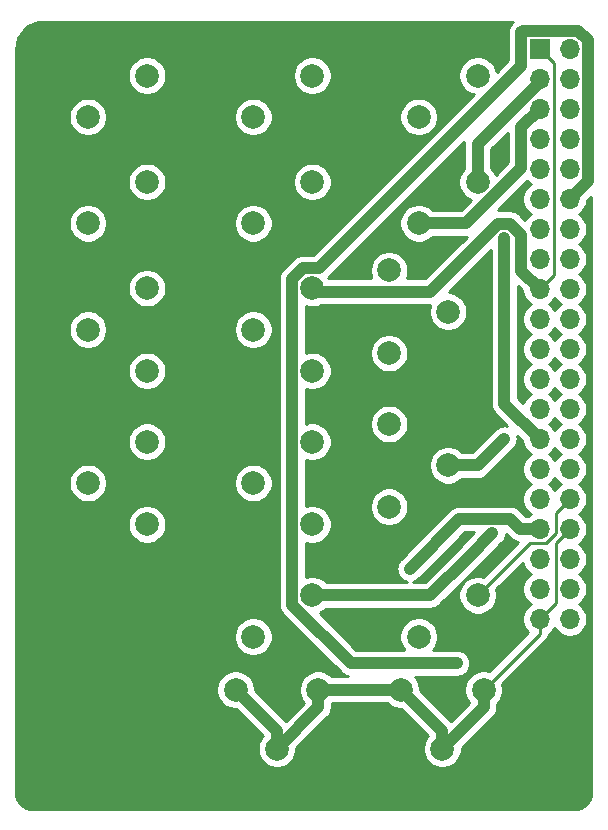
<source format=gbr>
%TF.GenerationSoftware,KiCad,Pcbnew,(5.1.6)-1*%
%TF.CreationDate,2022-01-17T21:19:15-08:00*%
%TF.ProjectId,PCB,5043422e-6b69-4636-9164-5f7063625858,rev?*%
%TF.SameCoordinates,Original*%
%TF.FileFunction,Copper,L2,Bot*%
%TF.FilePolarity,Positive*%
%FSLAX46Y46*%
G04 Gerber Fmt 4.6, Leading zero omitted, Abs format (unit mm)*
G04 Created by KiCad (PCBNEW (5.1.6)-1) date 2022-01-17 21:19:15*
%MOMM*%
%LPD*%
G01*
G04 APERTURE LIST*
%TA.AperFunction,ComponentPad*%
%ADD10O,1.700000X1.700000*%
%TD*%
%TA.AperFunction,ComponentPad*%
%ADD11R,1.700000X1.700000*%
%TD*%
%TA.AperFunction,ComponentPad*%
%ADD12C,2.000000*%
%TD*%
%TA.AperFunction,ViaPad*%
%ADD13C,0.800000*%
%TD*%
%TA.AperFunction,Conductor*%
%ADD14C,1.000000*%
%TD*%
%TA.AperFunction,Conductor*%
%ADD15C,0.250000*%
%TD*%
%TA.AperFunction,NonConductor*%
%ADD16C,0.254000*%
%TD*%
G04 APERTURE END LIST*
D10*
%TO.P,J7,40*%
%TO.N,N/C*%
X162540000Y-108260000D03*
%TO.P,J7,39*%
%TO.N,Net-(J4-Pad1)*%
X160000000Y-108260000D03*
%TO.P,J7,38*%
%TO.N,N/C*%
X162540000Y-105720000D03*
%TO.P,J7,37*%
X160000000Y-105720000D03*
%TO.P,J7,36*%
X162540000Y-103180000D03*
%TO.P,J7,35*%
%TO.N,Net-(J1-Pad1)*%
X160000000Y-103180000D03*
%TO.P,J7,34*%
%TO.N,Net-(J4-Pad1)*%
X162540000Y-100640000D03*
%TO.P,J7,33*%
%TO.N,Net-(J13-Pad2)*%
X160000000Y-100640000D03*
%TO.P,J7,32*%
%TO.N,Net-(J13-Pad1)*%
X162540000Y-98100000D03*
%TO.P,J7,31*%
%TO.N,N/C*%
X160000000Y-98100000D03*
%TO.P,J7,30*%
%TO.N,Net-(J4-Pad1)*%
X162540000Y-95560000D03*
%TO.P,J7,29*%
%TO.N,N/C*%
X160000000Y-95560000D03*
%TO.P,J7,28*%
%TO.N,Net-(J11-Pad2)*%
X162540000Y-93020000D03*
%TO.P,J7,27*%
%TO.N,Net-(J11-Pad1)*%
X160000000Y-93020000D03*
%TO.P,J7,26*%
%TO.N,N/C*%
X162540000Y-90480000D03*
%TO.P,J7,25*%
%TO.N,Net-(J4-Pad1)*%
X160000000Y-90480000D03*
%TO.P,J7,24*%
%TO.N,N/C*%
X162540000Y-87940000D03*
%TO.P,J7,23*%
X160000000Y-87940000D03*
%TO.P,J7,22*%
X162540000Y-85400000D03*
%TO.P,J7,21*%
X160000000Y-85400000D03*
%TO.P,J7,20*%
%TO.N,Net-(J4-Pad1)*%
X162540000Y-82860000D03*
%TO.P,J7,19*%
%TO.N,N/C*%
X160000000Y-82860000D03*
%TO.P,J7,18*%
X162540000Y-80320000D03*
%TO.P,J7,17*%
%TO.N,Net-(J10-Pad1)*%
X160000000Y-80320000D03*
%TO.P,J7,16*%
%TO.N,N/C*%
X162540000Y-77780000D03*
%TO.P,J7,15*%
X160000000Y-77780000D03*
%TO.P,J7,14*%
%TO.N,Net-(J4-Pad1)*%
X162540000Y-75240000D03*
%TO.P,J7,13*%
%TO.N,N/C*%
X160000000Y-75240000D03*
%TO.P,J7,12*%
%TO.N,Net-(J1-Pad2)*%
X162540000Y-72700000D03*
%TO.P,J7,11*%
%TO.N,N/C*%
X160000000Y-72700000D03*
%TO.P,J7,10*%
X162540000Y-70160000D03*
%TO.P,J7,9*%
%TO.N,Net-(J4-Pad1)*%
X160000000Y-70160000D03*
%TO.P,J7,8*%
%TO.N,N/C*%
X162540000Y-67620000D03*
%TO.P,J7,7*%
X160000000Y-67620000D03*
%TO.P,J7,6*%
%TO.N,Net-(J4-Pad1)*%
X162540000Y-65080000D03*
%TO.P,J7,5*%
%TO.N,Net-(J12-Pad2)*%
X160000000Y-65080000D03*
%TO.P,J7,4*%
%TO.N,Net-(J2-Pad1)*%
X162540000Y-62540000D03*
%TO.P,J7,3*%
%TO.N,Net-(J12-Pad1)*%
X160000000Y-62540000D03*
%TO.P,J7,2*%
%TO.N,Net-(J2-Pad1)*%
X162540000Y-60000000D03*
D11*
%TO.P,J7,1*%
%TO.N,Net-(J10-Pad1)*%
X160000000Y-60000000D03*
%TD*%
D12*
%TO.P,J17,2*%
%TO.N,Net-(J12-Pad2)*%
X149750000Y-74750000D03*
%TO.P,J17,1*%
%TO.N,Net-(J12-Pad1)*%
X154750000Y-71250000D03*
%TD*%
%TO.P,J16,2*%
%TO.N,Net-(J11-Pad2)*%
X149750000Y-65750000D03*
%TO.P,J16,1*%
%TO.N,Net-(J11-Pad1)*%
X154750000Y-62250000D03*
%TD*%
%TO.P,J15,2*%
%TO.N,Net-(J12-Pad2)*%
X135750000Y-74750000D03*
%TO.P,J15,1*%
%TO.N,Net-(J12-Pad1)*%
X140750000Y-71250000D03*
%TD*%
%TO.P,J14,2*%
%TO.N,Net-(J11-Pad2)*%
X135750000Y-65750000D03*
%TO.P,J14,1*%
%TO.N,Net-(J11-Pad1)*%
X140750000Y-62250000D03*
%TD*%
%TO.P,J13,2*%
%TO.N,Net-(J13-Pad2)*%
X149750000Y-109750000D03*
%TO.P,J13,1*%
%TO.N,Net-(J13-Pad1)*%
X154750000Y-106250000D03*
%TD*%
%TO.P,J12,2*%
%TO.N,Net-(J12-Pad2)*%
X121750000Y-74750000D03*
%TO.P,J12,1*%
%TO.N,Net-(J12-Pad1)*%
X126750000Y-71250000D03*
%TD*%
%TO.P,J11,2*%
%TO.N,Net-(J11-Pad2)*%
X121750000Y-65750000D03*
%TO.P,J11,1*%
%TO.N,Net-(J11-Pad1)*%
X126750000Y-62250000D03*
%TD*%
%TO.P,J10,3*%
%TO.N,Net-(J10-Pad1)*%
X140750000Y-87250000D03*
%TO.P,J10,2*%
X135750000Y-83750000D03*
%TO.P,J10,1*%
X140750000Y-80250000D03*
%TD*%
%TO.P,J9,3*%
%TO.N,Net-(J10-Pad1)*%
X140750000Y-100250000D03*
%TO.P,J9,2*%
X135750000Y-96750000D03*
%TO.P,J9,1*%
X140750000Y-93250000D03*
%TD*%
%TO.P,J8,3*%
%TO.N,Net-(J4-Pad1)*%
X141250000Y-114250000D03*
%TO.P,J8,2*%
X137750000Y-119250000D03*
%TO.P,J8,1*%
X134250000Y-114250000D03*
%TD*%
%TO.P,J6,3*%
%TO.N,Net-(J4-Pad1)*%
X147250000Y-91750000D03*
%TO.P,J6,2*%
X152250000Y-95250000D03*
%TO.P,J6,1*%
X147250000Y-98750000D03*
%TD*%
%TO.P,J5,3*%
%TO.N,Net-(J4-Pad1)*%
X155250000Y-114250000D03*
%TO.P,J5,2*%
X151750000Y-119250000D03*
%TO.P,J5,1*%
X148250000Y-114250000D03*
%TD*%
%TO.P,J4,3*%
%TO.N,Net-(J4-Pad1)*%
X147250000Y-78750000D03*
%TO.P,J4,2*%
X152250000Y-82250000D03*
%TO.P,J4,1*%
X147250000Y-85750000D03*
%TD*%
%TO.P,J3,3*%
%TO.N,Net-(J2-Pad1)*%
X126750000Y-100250000D03*
%TO.P,J3,2*%
X121750000Y-96750000D03*
%TO.P,J3,1*%
X126750000Y-93250000D03*
%TD*%
%TO.P,J2,3*%
%TO.N,Net-(J2-Pad1)*%
X126750000Y-87250000D03*
%TO.P,J2,2*%
X121750000Y-83750000D03*
%TO.P,J2,1*%
X126750000Y-80250000D03*
%TD*%
%TO.P,J1,2*%
%TO.N,Net-(J1-Pad2)*%
X135750000Y-109750000D03*
%TO.P,J1,1*%
%TO.N,Net-(J1-Pad1)*%
X140750000Y-106250000D03*
%TD*%
D13*
%TO.N,Net-(J1-Pad2)*%
X153000000Y-112000000D03*
%TO.N,Net-(J1-Pad1)*%
X156000000Y-101000000D03*
%TO.N,Net-(J4-Pad1)*%
X157000000Y-93000000D03*
%TO.N,Net-(J11-Pad1)*%
X157000000Y-76000000D03*
%TO.N,Net-(J13-Pad2)*%
X149000000Y-104000000D03*
%TD*%
D14*
%TO.N,Net-(J1-Pad2)*%
X164090001Y-59255999D02*
X164090001Y-71149999D01*
X158589999Y-58449999D02*
X163284001Y-58449999D01*
X163284001Y-58449999D02*
X164090001Y-59255999D01*
X158449999Y-58589999D02*
X158589999Y-58449999D01*
X158449999Y-61410001D02*
X158449999Y-58589999D01*
X141310001Y-78549999D02*
X158449999Y-61410001D01*
X164090001Y-71149999D02*
X162540000Y-72700000D01*
X139933999Y-78549999D02*
X141310001Y-78549999D01*
X139049999Y-79433999D02*
X139933999Y-78549999D01*
X143983998Y-112000000D02*
X139049999Y-107066001D01*
X139049999Y-107066001D02*
X139049999Y-79433999D01*
X153000000Y-112000000D02*
X143983998Y-112000000D01*
%TO.N,Net-(J1-Pad1)*%
X140750000Y-106250000D02*
X150750000Y-106250000D01*
X150750000Y-106250000D02*
X154000000Y-103000000D01*
X154000000Y-103000000D02*
X156000000Y-101000000D01*
X156000000Y-101000000D02*
X156000000Y-101000000D01*
%TO.N,Net-(J4-Pad1)*%
X152250000Y-95250000D02*
X154750000Y-95250000D01*
X154750000Y-95250000D02*
X157000000Y-93000000D01*
X157000000Y-93000000D02*
X157000000Y-93000000D01*
D15*
X161364999Y-101815001D02*
X161364999Y-106895001D01*
X161364999Y-106895001D02*
X160000000Y-108260000D01*
X162540000Y-100640000D02*
X161364999Y-101815001D01*
X160000000Y-109500000D02*
X155250000Y-114250000D01*
X160000000Y-108260000D02*
X160000000Y-109500000D01*
D14*
X155250000Y-115750000D02*
X151750000Y-119250000D01*
X155250000Y-114250000D02*
X155250000Y-115750000D01*
X151750000Y-117750000D02*
X148250000Y-114250000D01*
X151750000Y-119250000D02*
X151750000Y-117750000D01*
X148250000Y-114250000D02*
X141250000Y-114250000D01*
X141250000Y-115750000D02*
X137750000Y-119250000D01*
X141250000Y-114250000D02*
X141250000Y-115750000D01*
X137750000Y-117750000D02*
X134250000Y-114250000D01*
X137750000Y-119250000D02*
X137750000Y-117750000D01*
%TO.N,Net-(J10-Pad1)*%
X158449999Y-78769999D02*
X160000000Y-80320000D01*
X158449999Y-75752929D02*
X158449999Y-78769999D01*
X157497060Y-74799990D02*
X158449999Y-75752929D01*
X156502940Y-74799990D02*
X157497060Y-74799990D01*
X150752931Y-80549999D02*
X156502940Y-74799990D01*
X141049999Y-80549999D02*
X150752931Y-80549999D01*
X140750000Y-80250000D02*
X141049999Y-80549999D01*
D15*
X161175001Y-79144999D02*
X160000000Y-80320000D01*
X161175001Y-61175001D02*
X161175001Y-79144999D01*
X160000000Y-60000000D02*
X161175001Y-61175001D01*
D14*
%TO.N,Net-(J11-Pad1)*%
X157000000Y-90020000D02*
X160000000Y-93020000D01*
X157000000Y-76000000D02*
X157000000Y-90020000D01*
%TO.N,Net-(J12-Pad2)*%
X158449999Y-66630001D02*
X160000000Y-65080000D01*
X158449999Y-70066003D02*
X158449999Y-66630001D01*
X153766002Y-74750000D02*
X158449999Y-70066003D01*
X149750000Y-74750000D02*
X153766002Y-74750000D01*
%TO.N,Net-(J12-Pad1)*%
X154750000Y-68035998D02*
X160000000Y-62785998D01*
X160000000Y-62785998D02*
X160000000Y-62540000D01*
X154750000Y-71250000D02*
X154750000Y-68035998D01*
%TO.N,Net-(J13-Pad2)*%
X160000000Y-100640000D02*
X158360000Y-100640000D01*
X157519991Y-99799991D02*
X153200009Y-99799991D01*
X158360000Y-100640000D02*
X157519991Y-99799991D01*
X153200009Y-99799991D02*
X149000000Y-104000000D01*
X149000000Y-104000000D02*
X149000000Y-104000000D01*
D15*
%TO.N,Net-(J13-Pad1)*%
X161364999Y-99275001D02*
X162540000Y-98100000D01*
X161364999Y-101014003D02*
X161364999Y-99275001D01*
X160564001Y-101815001D02*
X161364999Y-101014003D01*
X159184999Y-101815001D02*
X160564001Y-101815001D01*
X154750000Y-106250000D02*
X159184999Y-101815001D01*
%TD*%
D16*
G36*
X117966353Y-57685000D02*
G01*
X157749533Y-57685000D01*
X157748003Y-57686864D01*
X157686859Y-57748008D01*
X157643551Y-57783550D01*
X157501716Y-57956376D01*
X157466710Y-58021868D01*
X157396323Y-58153553D01*
X157331422Y-58367501D01*
X157309508Y-58589999D01*
X157315000Y-58645760D01*
X157314999Y-60939868D01*
X156348649Y-61906218D01*
X156322168Y-61773088D01*
X156198918Y-61475537D01*
X156019987Y-61207748D01*
X155792252Y-60980013D01*
X155524463Y-60801082D01*
X155226912Y-60677832D01*
X154911033Y-60615000D01*
X154588967Y-60615000D01*
X154273088Y-60677832D01*
X153975537Y-60801082D01*
X153707748Y-60980013D01*
X153480013Y-61207748D01*
X153301082Y-61475537D01*
X153177832Y-61773088D01*
X153115000Y-62088967D01*
X153115000Y-62411033D01*
X153177832Y-62726912D01*
X153301082Y-63024463D01*
X153480013Y-63292252D01*
X153707748Y-63519987D01*
X153975537Y-63698918D01*
X154273088Y-63822168D01*
X154406218Y-63848649D01*
X140839870Y-77414999D01*
X139989751Y-77414999D01*
X139933999Y-77409508D01*
X139878247Y-77414999D01*
X139711500Y-77431422D01*
X139497552Y-77496323D01*
X139300376Y-77601715D01*
X139127550Y-77743550D01*
X139092010Y-77786856D01*
X138286859Y-78592008D01*
X138243551Y-78627550D01*
X138101716Y-78800376D01*
X138073720Y-78852753D01*
X137996323Y-78997553D01*
X137931422Y-79211501D01*
X137909508Y-79433999D01*
X137915000Y-79489761D01*
X137914999Y-107010250D01*
X137909508Y-107066001D01*
X137914999Y-107121752D01*
X137931422Y-107288499D01*
X137996323Y-107502447D01*
X138101715Y-107699624D01*
X138243550Y-107872450D01*
X138286864Y-107907997D01*
X143142007Y-112763141D01*
X143177549Y-112806449D01*
X143350375Y-112948284D01*
X143547551Y-113053676D01*
X143749707Y-113115000D01*
X142427239Y-113115000D01*
X142292252Y-112980013D01*
X142024463Y-112801082D01*
X141726912Y-112677832D01*
X141411033Y-112615000D01*
X141088967Y-112615000D01*
X140773088Y-112677832D01*
X140475537Y-112801082D01*
X140207748Y-112980013D01*
X139980013Y-113207748D01*
X139801082Y-113475537D01*
X139677832Y-113773088D01*
X139615000Y-114088967D01*
X139615000Y-114411033D01*
X139677832Y-114726912D01*
X139801082Y-115024463D01*
X139980013Y-115292252D01*
X140041315Y-115353554D01*
X138500000Y-116894868D01*
X135885000Y-114279869D01*
X135885000Y-114088967D01*
X135822168Y-113773088D01*
X135698918Y-113475537D01*
X135519987Y-113207748D01*
X135292252Y-112980013D01*
X135024463Y-112801082D01*
X134726912Y-112677832D01*
X134411033Y-112615000D01*
X134088967Y-112615000D01*
X133773088Y-112677832D01*
X133475537Y-112801082D01*
X133207748Y-112980013D01*
X132980013Y-113207748D01*
X132801082Y-113475537D01*
X132677832Y-113773088D01*
X132615000Y-114088967D01*
X132615000Y-114411033D01*
X132677832Y-114726912D01*
X132801082Y-115024463D01*
X132980013Y-115292252D01*
X133207748Y-115519987D01*
X133475537Y-115698918D01*
X133773088Y-115822168D01*
X134088967Y-115885000D01*
X134279869Y-115885000D01*
X136541315Y-118146446D01*
X136480013Y-118207748D01*
X136301082Y-118475537D01*
X136177832Y-118773088D01*
X136115000Y-119088967D01*
X136115000Y-119411033D01*
X136177832Y-119726912D01*
X136301082Y-120024463D01*
X136480013Y-120292252D01*
X136707748Y-120519987D01*
X136975537Y-120698918D01*
X137273088Y-120822168D01*
X137588967Y-120885000D01*
X137911033Y-120885000D01*
X138226912Y-120822168D01*
X138524463Y-120698918D01*
X138792252Y-120519987D01*
X139019987Y-120292252D01*
X139198918Y-120024463D01*
X139322168Y-119726912D01*
X139385000Y-119411033D01*
X139385000Y-119220131D01*
X142013141Y-116591991D01*
X142056449Y-116556449D01*
X142198284Y-116383623D01*
X142303676Y-116186447D01*
X142368577Y-115972499D01*
X142385000Y-115805752D01*
X142385000Y-115805743D01*
X142390490Y-115750001D01*
X142385000Y-115694259D01*
X142385000Y-115427239D01*
X142427239Y-115385000D01*
X147072761Y-115385000D01*
X147207748Y-115519987D01*
X147475537Y-115698918D01*
X147773088Y-115822168D01*
X148088967Y-115885000D01*
X148279869Y-115885000D01*
X150541315Y-118146446D01*
X150480013Y-118207748D01*
X150301082Y-118475537D01*
X150177832Y-118773088D01*
X150115000Y-119088967D01*
X150115000Y-119411033D01*
X150177832Y-119726912D01*
X150301082Y-120024463D01*
X150480013Y-120292252D01*
X150707748Y-120519987D01*
X150975537Y-120698918D01*
X151273088Y-120822168D01*
X151588967Y-120885000D01*
X151911033Y-120885000D01*
X152226912Y-120822168D01*
X152524463Y-120698918D01*
X152792252Y-120519987D01*
X153019987Y-120292252D01*
X153198918Y-120024463D01*
X153322168Y-119726912D01*
X153385000Y-119411033D01*
X153385000Y-119220131D01*
X156013141Y-116591991D01*
X156056449Y-116556449D01*
X156198284Y-116383623D01*
X156303676Y-116186447D01*
X156368577Y-115972499D01*
X156385000Y-115805752D01*
X156385000Y-115805743D01*
X156390490Y-115750001D01*
X156385000Y-115694259D01*
X156385000Y-115427239D01*
X156519987Y-115292252D01*
X156698918Y-115024463D01*
X156822168Y-114726912D01*
X156885000Y-114411033D01*
X156885000Y-114088967D01*
X156822168Y-113773088D01*
X156816177Y-113758624D01*
X160511008Y-110063795D01*
X160540001Y-110040001D01*
X160563795Y-110011008D01*
X160563799Y-110011004D01*
X160634973Y-109924277D01*
X160634974Y-109924276D01*
X160705546Y-109792247D01*
X160749003Y-109648986D01*
X160759911Y-109538238D01*
X160946632Y-109413475D01*
X161153475Y-109206632D01*
X161270000Y-109032240D01*
X161386525Y-109206632D01*
X161593368Y-109413475D01*
X161836589Y-109575990D01*
X162106842Y-109687932D01*
X162393740Y-109745000D01*
X162686260Y-109745000D01*
X162973158Y-109687932D01*
X163243411Y-109575990D01*
X163486632Y-109413475D01*
X163693475Y-109206632D01*
X163855990Y-108963411D01*
X163967932Y-108693158D01*
X164025000Y-108406260D01*
X164025000Y-108113740D01*
X163967932Y-107826842D01*
X163855990Y-107556589D01*
X163693475Y-107313368D01*
X163486632Y-107106525D01*
X163312240Y-106990000D01*
X163486632Y-106873475D01*
X163693475Y-106666632D01*
X163855990Y-106423411D01*
X163967932Y-106153158D01*
X164025000Y-105866260D01*
X164025000Y-105573740D01*
X163967932Y-105286842D01*
X163855990Y-105016589D01*
X163693475Y-104773368D01*
X163486632Y-104566525D01*
X163312240Y-104450000D01*
X163486632Y-104333475D01*
X163693475Y-104126632D01*
X163855990Y-103883411D01*
X163967932Y-103613158D01*
X164025000Y-103326260D01*
X164025000Y-103033740D01*
X163967932Y-102746842D01*
X163855990Y-102476589D01*
X163693475Y-102233368D01*
X163486632Y-102026525D01*
X163312240Y-101910000D01*
X163486632Y-101793475D01*
X163693475Y-101586632D01*
X163855990Y-101343411D01*
X163967932Y-101073158D01*
X164025000Y-100786260D01*
X164025000Y-100493740D01*
X163967932Y-100206842D01*
X163855990Y-99936589D01*
X163693475Y-99693368D01*
X163486632Y-99486525D01*
X163312240Y-99370000D01*
X163486632Y-99253475D01*
X163693475Y-99046632D01*
X163855990Y-98803411D01*
X163967932Y-98533158D01*
X164025000Y-98246260D01*
X164025000Y-97953740D01*
X163967932Y-97666842D01*
X163855990Y-97396589D01*
X163693475Y-97153368D01*
X163486632Y-96946525D01*
X163312240Y-96830000D01*
X163486632Y-96713475D01*
X163693475Y-96506632D01*
X163855990Y-96263411D01*
X163967932Y-95993158D01*
X164025000Y-95706260D01*
X164025000Y-95413740D01*
X163967932Y-95126842D01*
X163855990Y-94856589D01*
X163693475Y-94613368D01*
X163486632Y-94406525D01*
X163312240Y-94290000D01*
X163486632Y-94173475D01*
X163693475Y-93966632D01*
X163855990Y-93723411D01*
X163967932Y-93453158D01*
X164025000Y-93166260D01*
X164025000Y-92873740D01*
X163967932Y-92586842D01*
X163855990Y-92316589D01*
X163693475Y-92073368D01*
X163486632Y-91866525D01*
X163312240Y-91750000D01*
X163486632Y-91633475D01*
X163693475Y-91426632D01*
X163855990Y-91183411D01*
X163967932Y-90913158D01*
X164025000Y-90626260D01*
X164025000Y-90333740D01*
X163967932Y-90046842D01*
X163855990Y-89776589D01*
X163693475Y-89533368D01*
X163486632Y-89326525D01*
X163312240Y-89210000D01*
X163486632Y-89093475D01*
X163693475Y-88886632D01*
X163855990Y-88643411D01*
X163967932Y-88373158D01*
X164025000Y-88086260D01*
X164025000Y-87793740D01*
X163967932Y-87506842D01*
X163855990Y-87236589D01*
X163693475Y-86993368D01*
X163486632Y-86786525D01*
X163312240Y-86670000D01*
X163486632Y-86553475D01*
X163693475Y-86346632D01*
X163855990Y-86103411D01*
X163967932Y-85833158D01*
X164025000Y-85546260D01*
X164025000Y-85253740D01*
X163967932Y-84966842D01*
X163855990Y-84696589D01*
X163693475Y-84453368D01*
X163486632Y-84246525D01*
X163312240Y-84130000D01*
X163486632Y-84013475D01*
X163693475Y-83806632D01*
X163855990Y-83563411D01*
X163967932Y-83293158D01*
X164025000Y-83006260D01*
X164025000Y-82713740D01*
X163967932Y-82426842D01*
X163855990Y-82156589D01*
X163693475Y-81913368D01*
X163486632Y-81706525D01*
X163312240Y-81590000D01*
X163486632Y-81473475D01*
X163693475Y-81266632D01*
X163855990Y-81023411D01*
X163967932Y-80753158D01*
X164025000Y-80466260D01*
X164025000Y-80173740D01*
X163967932Y-79886842D01*
X163855990Y-79616589D01*
X163693475Y-79373368D01*
X163486632Y-79166525D01*
X163312240Y-79050000D01*
X163486632Y-78933475D01*
X163693475Y-78726632D01*
X163855990Y-78483411D01*
X163967932Y-78213158D01*
X164025000Y-77926260D01*
X164025000Y-77633740D01*
X163967932Y-77346842D01*
X163855990Y-77076589D01*
X163693475Y-76833368D01*
X163486632Y-76626525D01*
X163312240Y-76510000D01*
X163486632Y-76393475D01*
X163693475Y-76186632D01*
X163855990Y-75943411D01*
X163967932Y-75673158D01*
X164025000Y-75386260D01*
X164025000Y-75093740D01*
X163967932Y-74806842D01*
X163855990Y-74536589D01*
X163693475Y-74293368D01*
X163486632Y-74086525D01*
X163312240Y-73970000D01*
X163486632Y-73853475D01*
X163693475Y-73646632D01*
X163855990Y-73403411D01*
X163967932Y-73133158D01*
X164025000Y-72846260D01*
X164025000Y-72820131D01*
X164315000Y-72530131D01*
X164315001Y-123033647D01*
X164324289Y-123127950D01*
X164311375Y-123259660D01*
X164235965Y-123509429D01*
X164113477Y-123739794D01*
X163948579Y-123941979D01*
X163747546Y-124108288D01*
X163518046Y-124232378D01*
X163268805Y-124309531D01*
X163128181Y-124324311D01*
X163033647Y-124315000D01*
X116966353Y-124315000D01*
X116872045Y-124324289D01*
X116740340Y-124311375D01*
X116490571Y-124235965D01*
X116260206Y-124113477D01*
X116058021Y-123948579D01*
X115891712Y-123747546D01*
X115767622Y-123518046D01*
X115690469Y-123268805D01*
X115660000Y-122978911D01*
X115660000Y-109588967D01*
X134115000Y-109588967D01*
X134115000Y-109911033D01*
X134177832Y-110226912D01*
X134301082Y-110524463D01*
X134480013Y-110792252D01*
X134707748Y-111019987D01*
X134975537Y-111198918D01*
X135273088Y-111322168D01*
X135588967Y-111385000D01*
X135911033Y-111385000D01*
X136226912Y-111322168D01*
X136524463Y-111198918D01*
X136792252Y-111019987D01*
X137019987Y-110792252D01*
X137198918Y-110524463D01*
X137322168Y-110226912D01*
X137385000Y-109911033D01*
X137385000Y-109588967D01*
X137322168Y-109273088D01*
X137198918Y-108975537D01*
X137019987Y-108707748D01*
X136792252Y-108480013D01*
X136524463Y-108301082D01*
X136226912Y-108177832D01*
X135911033Y-108115000D01*
X135588967Y-108115000D01*
X135273088Y-108177832D01*
X134975537Y-108301082D01*
X134707748Y-108480013D01*
X134480013Y-108707748D01*
X134301082Y-108975537D01*
X134177832Y-109273088D01*
X134115000Y-109588967D01*
X115660000Y-109588967D01*
X115660000Y-100088967D01*
X125115000Y-100088967D01*
X125115000Y-100411033D01*
X125177832Y-100726912D01*
X125301082Y-101024463D01*
X125480013Y-101292252D01*
X125707748Y-101519987D01*
X125975537Y-101698918D01*
X126273088Y-101822168D01*
X126588967Y-101885000D01*
X126911033Y-101885000D01*
X127226912Y-101822168D01*
X127524463Y-101698918D01*
X127792252Y-101519987D01*
X128019987Y-101292252D01*
X128198918Y-101024463D01*
X128322168Y-100726912D01*
X128385000Y-100411033D01*
X128385000Y-100088967D01*
X128322168Y-99773088D01*
X128198918Y-99475537D01*
X128019987Y-99207748D01*
X127792252Y-98980013D01*
X127524463Y-98801082D01*
X127226912Y-98677832D01*
X126911033Y-98615000D01*
X126588967Y-98615000D01*
X126273088Y-98677832D01*
X125975537Y-98801082D01*
X125707748Y-98980013D01*
X125480013Y-99207748D01*
X125301082Y-99475537D01*
X125177832Y-99773088D01*
X125115000Y-100088967D01*
X115660000Y-100088967D01*
X115660000Y-96588967D01*
X120115000Y-96588967D01*
X120115000Y-96911033D01*
X120177832Y-97226912D01*
X120301082Y-97524463D01*
X120480013Y-97792252D01*
X120707748Y-98019987D01*
X120975537Y-98198918D01*
X121273088Y-98322168D01*
X121588967Y-98385000D01*
X121911033Y-98385000D01*
X122226912Y-98322168D01*
X122524463Y-98198918D01*
X122792252Y-98019987D01*
X123019987Y-97792252D01*
X123198918Y-97524463D01*
X123322168Y-97226912D01*
X123385000Y-96911033D01*
X123385000Y-96588967D01*
X134115000Y-96588967D01*
X134115000Y-96911033D01*
X134177832Y-97226912D01*
X134301082Y-97524463D01*
X134480013Y-97792252D01*
X134707748Y-98019987D01*
X134975537Y-98198918D01*
X135273088Y-98322168D01*
X135588967Y-98385000D01*
X135911033Y-98385000D01*
X136226912Y-98322168D01*
X136524463Y-98198918D01*
X136792252Y-98019987D01*
X137019987Y-97792252D01*
X137198918Y-97524463D01*
X137322168Y-97226912D01*
X137385000Y-96911033D01*
X137385000Y-96588967D01*
X137322168Y-96273088D01*
X137198918Y-95975537D01*
X137019987Y-95707748D01*
X136792252Y-95480013D01*
X136524463Y-95301082D01*
X136226912Y-95177832D01*
X135911033Y-95115000D01*
X135588967Y-95115000D01*
X135273088Y-95177832D01*
X134975537Y-95301082D01*
X134707748Y-95480013D01*
X134480013Y-95707748D01*
X134301082Y-95975537D01*
X134177832Y-96273088D01*
X134115000Y-96588967D01*
X123385000Y-96588967D01*
X123322168Y-96273088D01*
X123198918Y-95975537D01*
X123019987Y-95707748D01*
X122792252Y-95480013D01*
X122524463Y-95301082D01*
X122226912Y-95177832D01*
X121911033Y-95115000D01*
X121588967Y-95115000D01*
X121273088Y-95177832D01*
X120975537Y-95301082D01*
X120707748Y-95480013D01*
X120480013Y-95707748D01*
X120301082Y-95975537D01*
X120177832Y-96273088D01*
X120115000Y-96588967D01*
X115660000Y-96588967D01*
X115660000Y-93088967D01*
X125115000Y-93088967D01*
X125115000Y-93411033D01*
X125177832Y-93726912D01*
X125301082Y-94024463D01*
X125480013Y-94292252D01*
X125707748Y-94519987D01*
X125975537Y-94698918D01*
X126273088Y-94822168D01*
X126588967Y-94885000D01*
X126911033Y-94885000D01*
X127226912Y-94822168D01*
X127524463Y-94698918D01*
X127792252Y-94519987D01*
X128019987Y-94292252D01*
X128198918Y-94024463D01*
X128322168Y-93726912D01*
X128385000Y-93411033D01*
X128385000Y-93088967D01*
X128322168Y-92773088D01*
X128198918Y-92475537D01*
X128019987Y-92207748D01*
X127792252Y-91980013D01*
X127524463Y-91801082D01*
X127226912Y-91677832D01*
X126911033Y-91615000D01*
X126588967Y-91615000D01*
X126273088Y-91677832D01*
X125975537Y-91801082D01*
X125707748Y-91980013D01*
X125480013Y-92207748D01*
X125301082Y-92475537D01*
X125177832Y-92773088D01*
X125115000Y-93088967D01*
X115660000Y-93088967D01*
X115660000Y-87088967D01*
X125115000Y-87088967D01*
X125115000Y-87411033D01*
X125177832Y-87726912D01*
X125301082Y-88024463D01*
X125480013Y-88292252D01*
X125707748Y-88519987D01*
X125975537Y-88698918D01*
X126273088Y-88822168D01*
X126588967Y-88885000D01*
X126911033Y-88885000D01*
X127226912Y-88822168D01*
X127524463Y-88698918D01*
X127792252Y-88519987D01*
X128019987Y-88292252D01*
X128198918Y-88024463D01*
X128322168Y-87726912D01*
X128385000Y-87411033D01*
X128385000Y-87088967D01*
X128322168Y-86773088D01*
X128198918Y-86475537D01*
X128019987Y-86207748D01*
X127792252Y-85980013D01*
X127524463Y-85801082D01*
X127226912Y-85677832D01*
X126911033Y-85615000D01*
X126588967Y-85615000D01*
X126273088Y-85677832D01*
X125975537Y-85801082D01*
X125707748Y-85980013D01*
X125480013Y-86207748D01*
X125301082Y-86475537D01*
X125177832Y-86773088D01*
X125115000Y-87088967D01*
X115660000Y-87088967D01*
X115660000Y-83588967D01*
X120115000Y-83588967D01*
X120115000Y-83911033D01*
X120177832Y-84226912D01*
X120301082Y-84524463D01*
X120480013Y-84792252D01*
X120707748Y-85019987D01*
X120975537Y-85198918D01*
X121273088Y-85322168D01*
X121588967Y-85385000D01*
X121911033Y-85385000D01*
X122226912Y-85322168D01*
X122524463Y-85198918D01*
X122792252Y-85019987D01*
X123019987Y-84792252D01*
X123198918Y-84524463D01*
X123322168Y-84226912D01*
X123385000Y-83911033D01*
X123385000Y-83588967D01*
X134115000Y-83588967D01*
X134115000Y-83911033D01*
X134177832Y-84226912D01*
X134301082Y-84524463D01*
X134480013Y-84792252D01*
X134707748Y-85019987D01*
X134975537Y-85198918D01*
X135273088Y-85322168D01*
X135588967Y-85385000D01*
X135911033Y-85385000D01*
X136226912Y-85322168D01*
X136524463Y-85198918D01*
X136792252Y-85019987D01*
X137019987Y-84792252D01*
X137198918Y-84524463D01*
X137322168Y-84226912D01*
X137385000Y-83911033D01*
X137385000Y-83588967D01*
X137322168Y-83273088D01*
X137198918Y-82975537D01*
X137019987Y-82707748D01*
X136792252Y-82480013D01*
X136524463Y-82301082D01*
X136226912Y-82177832D01*
X135911033Y-82115000D01*
X135588967Y-82115000D01*
X135273088Y-82177832D01*
X134975537Y-82301082D01*
X134707748Y-82480013D01*
X134480013Y-82707748D01*
X134301082Y-82975537D01*
X134177832Y-83273088D01*
X134115000Y-83588967D01*
X123385000Y-83588967D01*
X123322168Y-83273088D01*
X123198918Y-82975537D01*
X123019987Y-82707748D01*
X122792252Y-82480013D01*
X122524463Y-82301082D01*
X122226912Y-82177832D01*
X121911033Y-82115000D01*
X121588967Y-82115000D01*
X121273088Y-82177832D01*
X120975537Y-82301082D01*
X120707748Y-82480013D01*
X120480013Y-82707748D01*
X120301082Y-82975537D01*
X120177832Y-83273088D01*
X120115000Y-83588967D01*
X115660000Y-83588967D01*
X115660000Y-80088967D01*
X125115000Y-80088967D01*
X125115000Y-80411033D01*
X125177832Y-80726912D01*
X125301082Y-81024463D01*
X125480013Y-81292252D01*
X125707748Y-81519987D01*
X125975537Y-81698918D01*
X126273088Y-81822168D01*
X126588967Y-81885000D01*
X126911033Y-81885000D01*
X127226912Y-81822168D01*
X127524463Y-81698918D01*
X127792252Y-81519987D01*
X128019987Y-81292252D01*
X128198918Y-81024463D01*
X128322168Y-80726912D01*
X128385000Y-80411033D01*
X128385000Y-80088967D01*
X128322168Y-79773088D01*
X128198918Y-79475537D01*
X128019987Y-79207748D01*
X127792252Y-78980013D01*
X127524463Y-78801082D01*
X127226912Y-78677832D01*
X126911033Y-78615000D01*
X126588967Y-78615000D01*
X126273088Y-78677832D01*
X125975537Y-78801082D01*
X125707748Y-78980013D01*
X125480013Y-79207748D01*
X125301082Y-79475537D01*
X125177832Y-79773088D01*
X125115000Y-80088967D01*
X115660000Y-80088967D01*
X115660000Y-74588967D01*
X120115000Y-74588967D01*
X120115000Y-74911033D01*
X120177832Y-75226912D01*
X120301082Y-75524463D01*
X120480013Y-75792252D01*
X120707748Y-76019987D01*
X120975537Y-76198918D01*
X121273088Y-76322168D01*
X121588967Y-76385000D01*
X121911033Y-76385000D01*
X122226912Y-76322168D01*
X122524463Y-76198918D01*
X122792252Y-76019987D01*
X123019987Y-75792252D01*
X123198918Y-75524463D01*
X123322168Y-75226912D01*
X123385000Y-74911033D01*
X123385000Y-74588967D01*
X134115000Y-74588967D01*
X134115000Y-74911033D01*
X134177832Y-75226912D01*
X134301082Y-75524463D01*
X134480013Y-75792252D01*
X134707748Y-76019987D01*
X134975537Y-76198918D01*
X135273088Y-76322168D01*
X135588967Y-76385000D01*
X135911033Y-76385000D01*
X136226912Y-76322168D01*
X136524463Y-76198918D01*
X136792252Y-76019987D01*
X137019987Y-75792252D01*
X137198918Y-75524463D01*
X137322168Y-75226912D01*
X137385000Y-74911033D01*
X137385000Y-74588967D01*
X137322168Y-74273088D01*
X137198918Y-73975537D01*
X137019987Y-73707748D01*
X136792252Y-73480013D01*
X136524463Y-73301082D01*
X136226912Y-73177832D01*
X135911033Y-73115000D01*
X135588967Y-73115000D01*
X135273088Y-73177832D01*
X134975537Y-73301082D01*
X134707748Y-73480013D01*
X134480013Y-73707748D01*
X134301082Y-73975537D01*
X134177832Y-74273088D01*
X134115000Y-74588967D01*
X123385000Y-74588967D01*
X123322168Y-74273088D01*
X123198918Y-73975537D01*
X123019987Y-73707748D01*
X122792252Y-73480013D01*
X122524463Y-73301082D01*
X122226912Y-73177832D01*
X121911033Y-73115000D01*
X121588967Y-73115000D01*
X121273088Y-73177832D01*
X120975537Y-73301082D01*
X120707748Y-73480013D01*
X120480013Y-73707748D01*
X120301082Y-73975537D01*
X120177832Y-74273088D01*
X120115000Y-74588967D01*
X115660000Y-74588967D01*
X115660000Y-71088967D01*
X125115000Y-71088967D01*
X125115000Y-71411033D01*
X125177832Y-71726912D01*
X125301082Y-72024463D01*
X125480013Y-72292252D01*
X125707748Y-72519987D01*
X125975537Y-72698918D01*
X126273088Y-72822168D01*
X126588967Y-72885000D01*
X126911033Y-72885000D01*
X127226912Y-72822168D01*
X127524463Y-72698918D01*
X127792252Y-72519987D01*
X128019987Y-72292252D01*
X128198918Y-72024463D01*
X128322168Y-71726912D01*
X128385000Y-71411033D01*
X128385000Y-71088967D01*
X139115000Y-71088967D01*
X139115000Y-71411033D01*
X139177832Y-71726912D01*
X139301082Y-72024463D01*
X139480013Y-72292252D01*
X139707748Y-72519987D01*
X139975537Y-72698918D01*
X140273088Y-72822168D01*
X140588967Y-72885000D01*
X140911033Y-72885000D01*
X141226912Y-72822168D01*
X141524463Y-72698918D01*
X141792252Y-72519987D01*
X142019987Y-72292252D01*
X142198918Y-72024463D01*
X142322168Y-71726912D01*
X142385000Y-71411033D01*
X142385000Y-71088967D01*
X142322168Y-70773088D01*
X142198918Y-70475537D01*
X142019987Y-70207748D01*
X141792252Y-69980013D01*
X141524463Y-69801082D01*
X141226912Y-69677832D01*
X140911033Y-69615000D01*
X140588967Y-69615000D01*
X140273088Y-69677832D01*
X139975537Y-69801082D01*
X139707748Y-69980013D01*
X139480013Y-70207748D01*
X139301082Y-70475537D01*
X139177832Y-70773088D01*
X139115000Y-71088967D01*
X128385000Y-71088967D01*
X128322168Y-70773088D01*
X128198918Y-70475537D01*
X128019987Y-70207748D01*
X127792252Y-69980013D01*
X127524463Y-69801082D01*
X127226912Y-69677832D01*
X126911033Y-69615000D01*
X126588967Y-69615000D01*
X126273088Y-69677832D01*
X125975537Y-69801082D01*
X125707748Y-69980013D01*
X125480013Y-70207748D01*
X125301082Y-70475537D01*
X125177832Y-70773088D01*
X125115000Y-71088967D01*
X115660000Y-71088967D01*
X115660000Y-65588967D01*
X120115000Y-65588967D01*
X120115000Y-65911033D01*
X120177832Y-66226912D01*
X120301082Y-66524463D01*
X120480013Y-66792252D01*
X120707748Y-67019987D01*
X120975537Y-67198918D01*
X121273088Y-67322168D01*
X121588967Y-67385000D01*
X121911033Y-67385000D01*
X122226912Y-67322168D01*
X122524463Y-67198918D01*
X122792252Y-67019987D01*
X123019987Y-66792252D01*
X123198918Y-66524463D01*
X123322168Y-66226912D01*
X123385000Y-65911033D01*
X123385000Y-65588967D01*
X134115000Y-65588967D01*
X134115000Y-65911033D01*
X134177832Y-66226912D01*
X134301082Y-66524463D01*
X134480013Y-66792252D01*
X134707748Y-67019987D01*
X134975537Y-67198918D01*
X135273088Y-67322168D01*
X135588967Y-67385000D01*
X135911033Y-67385000D01*
X136226912Y-67322168D01*
X136524463Y-67198918D01*
X136792252Y-67019987D01*
X137019987Y-66792252D01*
X137198918Y-66524463D01*
X137322168Y-66226912D01*
X137385000Y-65911033D01*
X137385000Y-65588967D01*
X148115000Y-65588967D01*
X148115000Y-65911033D01*
X148177832Y-66226912D01*
X148301082Y-66524463D01*
X148480013Y-66792252D01*
X148707748Y-67019987D01*
X148975537Y-67198918D01*
X149273088Y-67322168D01*
X149588967Y-67385000D01*
X149911033Y-67385000D01*
X150226912Y-67322168D01*
X150524463Y-67198918D01*
X150792252Y-67019987D01*
X151019987Y-66792252D01*
X151198918Y-66524463D01*
X151322168Y-66226912D01*
X151385000Y-65911033D01*
X151385000Y-65588967D01*
X151322168Y-65273088D01*
X151198918Y-64975537D01*
X151019987Y-64707748D01*
X150792252Y-64480013D01*
X150524463Y-64301082D01*
X150226912Y-64177832D01*
X149911033Y-64115000D01*
X149588967Y-64115000D01*
X149273088Y-64177832D01*
X148975537Y-64301082D01*
X148707748Y-64480013D01*
X148480013Y-64707748D01*
X148301082Y-64975537D01*
X148177832Y-65273088D01*
X148115000Y-65588967D01*
X137385000Y-65588967D01*
X137322168Y-65273088D01*
X137198918Y-64975537D01*
X137019987Y-64707748D01*
X136792252Y-64480013D01*
X136524463Y-64301082D01*
X136226912Y-64177832D01*
X135911033Y-64115000D01*
X135588967Y-64115000D01*
X135273088Y-64177832D01*
X134975537Y-64301082D01*
X134707748Y-64480013D01*
X134480013Y-64707748D01*
X134301082Y-64975537D01*
X134177832Y-65273088D01*
X134115000Y-65588967D01*
X123385000Y-65588967D01*
X123322168Y-65273088D01*
X123198918Y-64975537D01*
X123019987Y-64707748D01*
X122792252Y-64480013D01*
X122524463Y-64301082D01*
X122226912Y-64177832D01*
X121911033Y-64115000D01*
X121588967Y-64115000D01*
X121273088Y-64177832D01*
X120975537Y-64301082D01*
X120707748Y-64480013D01*
X120480013Y-64707748D01*
X120301082Y-64975537D01*
X120177832Y-65273088D01*
X120115000Y-65588967D01*
X115660000Y-65588967D01*
X115660000Y-62088967D01*
X125115000Y-62088967D01*
X125115000Y-62411033D01*
X125177832Y-62726912D01*
X125301082Y-63024463D01*
X125480013Y-63292252D01*
X125707748Y-63519987D01*
X125975537Y-63698918D01*
X126273088Y-63822168D01*
X126588967Y-63885000D01*
X126911033Y-63885000D01*
X127226912Y-63822168D01*
X127524463Y-63698918D01*
X127792252Y-63519987D01*
X128019987Y-63292252D01*
X128198918Y-63024463D01*
X128322168Y-62726912D01*
X128385000Y-62411033D01*
X128385000Y-62088967D01*
X139115000Y-62088967D01*
X139115000Y-62411033D01*
X139177832Y-62726912D01*
X139301082Y-63024463D01*
X139480013Y-63292252D01*
X139707748Y-63519987D01*
X139975537Y-63698918D01*
X140273088Y-63822168D01*
X140588967Y-63885000D01*
X140911033Y-63885000D01*
X141226912Y-63822168D01*
X141524463Y-63698918D01*
X141792252Y-63519987D01*
X142019987Y-63292252D01*
X142198918Y-63024463D01*
X142322168Y-62726912D01*
X142385000Y-62411033D01*
X142385000Y-62088967D01*
X142322168Y-61773088D01*
X142198918Y-61475537D01*
X142019987Y-61207748D01*
X141792252Y-60980013D01*
X141524463Y-60801082D01*
X141226912Y-60677832D01*
X140911033Y-60615000D01*
X140588967Y-60615000D01*
X140273088Y-60677832D01*
X139975537Y-60801082D01*
X139707748Y-60980013D01*
X139480013Y-61207748D01*
X139301082Y-61475537D01*
X139177832Y-61773088D01*
X139115000Y-62088967D01*
X128385000Y-62088967D01*
X128322168Y-61773088D01*
X128198918Y-61475537D01*
X128019987Y-61207748D01*
X127792252Y-60980013D01*
X127524463Y-60801082D01*
X127226912Y-60677832D01*
X126911033Y-60615000D01*
X126588967Y-60615000D01*
X126273088Y-60677832D01*
X125975537Y-60801082D01*
X125707748Y-60980013D01*
X125480013Y-61207748D01*
X125301082Y-61475537D01*
X125177832Y-61773088D01*
X125115000Y-62088967D01*
X115660000Y-62088967D01*
X115660000Y-60032279D01*
X115707670Y-59546107D01*
X115839489Y-59109502D01*
X116053600Y-58706815D01*
X116341848Y-58353388D01*
X116693261Y-58062673D01*
X117094439Y-57845758D01*
X117530113Y-57710894D01*
X117868335Y-57675346D01*
X117966353Y-57685000D01*
G37*
X117966353Y-57685000D02*
X157749533Y-57685000D01*
X157748003Y-57686864D01*
X157686859Y-57748008D01*
X157643551Y-57783550D01*
X157501716Y-57956376D01*
X157466710Y-58021868D01*
X157396323Y-58153553D01*
X157331422Y-58367501D01*
X157309508Y-58589999D01*
X157315000Y-58645760D01*
X157314999Y-60939868D01*
X156348649Y-61906218D01*
X156322168Y-61773088D01*
X156198918Y-61475537D01*
X156019987Y-61207748D01*
X155792252Y-60980013D01*
X155524463Y-60801082D01*
X155226912Y-60677832D01*
X154911033Y-60615000D01*
X154588967Y-60615000D01*
X154273088Y-60677832D01*
X153975537Y-60801082D01*
X153707748Y-60980013D01*
X153480013Y-61207748D01*
X153301082Y-61475537D01*
X153177832Y-61773088D01*
X153115000Y-62088967D01*
X153115000Y-62411033D01*
X153177832Y-62726912D01*
X153301082Y-63024463D01*
X153480013Y-63292252D01*
X153707748Y-63519987D01*
X153975537Y-63698918D01*
X154273088Y-63822168D01*
X154406218Y-63848649D01*
X140839870Y-77414999D01*
X139989751Y-77414999D01*
X139933999Y-77409508D01*
X139878247Y-77414999D01*
X139711500Y-77431422D01*
X139497552Y-77496323D01*
X139300376Y-77601715D01*
X139127550Y-77743550D01*
X139092010Y-77786856D01*
X138286859Y-78592008D01*
X138243551Y-78627550D01*
X138101716Y-78800376D01*
X138073720Y-78852753D01*
X137996323Y-78997553D01*
X137931422Y-79211501D01*
X137909508Y-79433999D01*
X137915000Y-79489761D01*
X137914999Y-107010250D01*
X137909508Y-107066001D01*
X137914999Y-107121752D01*
X137931422Y-107288499D01*
X137996323Y-107502447D01*
X138101715Y-107699624D01*
X138243550Y-107872450D01*
X138286864Y-107907997D01*
X143142007Y-112763141D01*
X143177549Y-112806449D01*
X143350375Y-112948284D01*
X143547551Y-113053676D01*
X143749707Y-113115000D01*
X142427239Y-113115000D01*
X142292252Y-112980013D01*
X142024463Y-112801082D01*
X141726912Y-112677832D01*
X141411033Y-112615000D01*
X141088967Y-112615000D01*
X140773088Y-112677832D01*
X140475537Y-112801082D01*
X140207748Y-112980013D01*
X139980013Y-113207748D01*
X139801082Y-113475537D01*
X139677832Y-113773088D01*
X139615000Y-114088967D01*
X139615000Y-114411033D01*
X139677832Y-114726912D01*
X139801082Y-115024463D01*
X139980013Y-115292252D01*
X140041315Y-115353554D01*
X138500000Y-116894868D01*
X135885000Y-114279869D01*
X135885000Y-114088967D01*
X135822168Y-113773088D01*
X135698918Y-113475537D01*
X135519987Y-113207748D01*
X135292252Y-112980013D01*
X135024463Y-112801082D01*
X134726912Y-112677832D01*
X134411033Y-112615000D01*
X134088967Y-112615000D01*
X133773088Y-112677832D01*
X133475537Y-112801082D01*
X133207748Y-112980013D01*
X132980013Y-113207748D01*
X132801082Y-113475537D01*
X132677832Y-113773088D01*
X132615000Y-114088967D01*
X132615000Y-114411033D01*
X132677832Y-114726912D01*
X132801082Y-115024463D01*
X132980013Y-115292252D01*
X133207748Y-115519987D01*
X133475537Y-115698918D01*
X133773088Y-115822168D01*
X134088967Y-115885000D01*
X134279869Y-115885000D01*
X136541315Y-118146446D01*
X136480013Y-118207748D01*
X136301082Y-118475537D01*
X136177832Y-118773088D01*
X136115000Y-119088967D01*
X136115000Y-119411033D01*
X136177832Y-119726912D01*
X136301082Y-120024463D01*
X136480013Y-120292252D01*
X136707748Y-120519987D01*
X136975537Y-120698918D01*
X137273088Y-120822168D01*
X137588967Y-120885000D01*
X137911033Y-120885000D01*
X138226912Y-120822168D01*
X138524463Y-120698918D01*
X138792252Y-120519987D01*
X139019987Y-120292252D01*
X139198918Y-120024463D01*
X139322168Y-119726912D01*
X139385000Y-119411033D01*
X139385000Y-119220131D01*
X142013141Y-116591991D01*
X142056449Y-116556449D01*
X142198284Y-116383623D01*
X142303676Y-116186447D01*
X142368577Y-115972499D01*
X142385000Y-115805752D01*
X142385000Y-115805743D01*
X142390490Y-115750001D01*
X142385000Y-115694259D01*
X142385000Y-115427239D01*
X142427239Y-115385000D01*
X147072761Y-115385000D01*
X147207748Y-115519987D01*
X147475537Y-115698918D01*
X147773088Y-115822168D01*
X148088967Y-115885000D01*
X148279869Y-115885000D01*
X150541315Y-118146446D01*
X150480013Y-118207748D01*
X150301082Y-118475537D01*
X150177832Y-118773088D01*
X150115000Y-119088967D01*
X150115000Y-119411033D01*
X150177832Y-119726912D01*
X150301082Y-120024463D01*
X150480013Y-120292252D01*
X150707748Y-120519987D01*
X150975537Y-120698918D01*
X151273088Y-120822168D01*
X151588967Y-120885000D01*
X151911033Y-120885000D01*
X152226912Y-120822168D01*
X152524463Y-120698918D01*
X152792252Y-120519987D01*
X153019987Y-120292252D01*
X153198918Y-120024463D01*
X153322168Y-119726912D01*
X153385000Y-119411033D01*
X153385000Y-119220131D01*
X156013141Y-116591991D01*
X156056449Y-116556449D01*
X156198284Y-116383623D01*
X156303676Y-116186447D01*
X156368577Y-115972499D01*
X156385000Y-115805752D01*
X156385000Y-115805743D01*
X156390490Y-115750001D01*
X156385000Y-115694259D01*
X156385000Y-115427239D01*
X156519987Y-115292252D01*
X156698918Y-115024463D01*
X156822168Y-114726912D01*
X156885000Y-114411033D01*
X156885000Y-114088967D01*
X156822168Y-113773088D01*
X156816177Y-113758624D01*
X160511008Y-110063795D01*
X160540001Y-110040001D01*
X160563795Y-110011008D01*
X160563799Y-110011004D01*
X160634973Y-109924277D01*
X160634974Y-109924276D01*
X160705546Y-109792247D01*
X160749003Y-109648986D01*
X160759911Y-109538238D01*
X160946632Y-109413475D01*
X161153475Y-109206632D01*
X161270000Y-109032240D01*
X161386525Y-109206632D01*
X161593368Y-109413475D01*
X161836589Y-109575990D01*
X162106842Y-109687932D01*
X162393740Y-109745000D01*
X162686260Y-109745000D01*
X162973158Y-109687932D01*
X163243411Y-109575990D01*
X163486632Y-109413475D01*
X163693475Y-109206632D01*
X163855990Y-108963411D01*
X163967932Y-108693158D01*
X164025000Y-108406260D01*
X164025000Y-108113740D01*
X163967932Y-107826842D01*
X163855990Y-107556589D01*
X163693475Y-107313368D01*
X163486632Y-107106525D01*
X163312240Y-106990000D01*
X163486632Y-106873475D01*
X163693475Y-106666632D01*
X163855990Y-106423411D01*
X163967932Y-106153158D01*
X164025000Y-105866260D01*
X164025000Y-105573740D01*
X163967932Y-105286842D01*
X163855990Y-105016589D01*
X163693475Y-104773368D01*
X163486632Y-104566525D01*
X163312240Y-104450000D01*
X163486632Y-104333475D01*
X163693475Y-104126632D01*
X163855990Y-103883411D01*
X163967932Y-103613158D01*
X164025000Y-103326260D01*
X164025000Y-103033740D01*
X163967932Y-102746842D01*
X163855990Y-102476589D01*
X163693475Y-102233368D01*
X163486632Y-102026525D01*
X163312240Y-101910000D01*
X163486632Y-101793475D01*
X163693475Y-101586632D01*
X163855990Y-101343411D01*
X163967932Y-101073158D01*
X164025000Y-100786260D01*
X164025000Y-100493740D01*
X163967932Y-100206842D01*
X163855990Y-99936589D01*
X163693475Y-99693368D01*
X163486632Y-99486525D01*
X163312240Y-99370000D01*
X163486632Y-99253475D01*
X163693475Y-99046632D01*
X163855990Y-98803411D01*
X163967932Y-98533158D01*
X164025000Y-98246260D01*
X164025000Y-97953740D01*
X163967932Y-97666842D01*
X163855990Y-97396589D01*
X163693475Y-97153368D01*
X163486632Y-96946525D01*
X163312240Y-96830000D01*
X163486632Y-96713475D01*
X163693475Y-96506632D01*
X163855990Y-96263411D01*
X163967932Y-95993158D01*
X164025000Y-95706260D01*
X164025000Y-95413740D01*
X163967932Y-95126842D01*
X163855990Y-94856589D01*
X163693475Y-94613368D01*
X163486632Y-94406525D01*
X163312240Y-94290000D01*
X163486632Y-94173475D01*
X163693475Y-93966632D01*
X163855990Y-93723411D01*
X163967932Y-93453158D01*
X164025000Y-93166260D01*
X164025000Y-92873740D01*
X163967932Y-92586842D01*
X163855990Y-92316589D01*
X163693475Y-92073368D01*
X163486632Y-91866525D01*
X163312240Y-91750000D01*
X163486632Y-91633475D01*
X163693475Y-91426632D01*
X163855990Y-91183411D01*
X163967932Y-90913158D01*
X164025000Y-90626260D01*
X164025000Y-90333740D01*
X163967932Y-90046842D01*
X163855990Y-89776589D01*
X163693475Y-89533368D01*
X163486632Y-89326525D01*
X163312240Y-89210000D01*
X163486632Y-89093475D01*
X163693475Y-88886632D01*
X163855990Y-88643411D01*
X163967932Y-88373158D01*
X164025000Y-88086260D01*
X164025000Y-87793740D01*
X163967932Y-87506842D01*
X163855990Y-87236589D01*
X163693475Y-86993368D01*
X163486632Y-86786525D01*
X163312240Y-86670000D01*
X163486632Y-86553475D01*
X163693475Y-86346632D01*
X163855990Y-86103411D01*
X163967932Y-85833158D01*
X164025000Y-85546260D01*
X164025000Y-85253740D01*
X163967932Y-84966842D01*
X163855990Y-84696589D01*
X163693475Y-84453368D01*
X163486632Y-84246525D01*
X163312240Y-84130000D01*
X163486632Y-84013475D01*
X163693475Y-83806632D01*
X163855990Y-83563411D01*
X163967932Y-83293158D01*
X164025000Y-83006260D01*
X164025000Y-82713740D01*
X163967932Y-82426842D01*
X163855990Y-82156589D01*
X163693475Y-81913368D01*
X163486632Y-81706525D01*
X163312240Y-81590000D01*
X163486632Y-81473475D01*
X163693475Y-81266632D01*
X163855990Y-81023411D01*
X163967932Y-80753158D01*
X164025000Y-80466260D01*
X164025000Y-80173740D01*
X163967932Y-79886842D01*
X163855990Y-79616589D01*
X163693475Y-79373368D01*
X163486632Y-79166525D01*
X163312240Y-79050000D01*
X163486632Y-78933475D01*
X163693475Y-78726632D01*
X163855990Y-78483411D01*
X163967932Y-78213158D01*
X164025000Y-77926260D01*
X164025000Y-77633740D01*
X163967932Y-77346842D01*
X163855990Y-77076589D01*
X163693475Y-76833368D01*
X163486632Y-76626525D01*
X163312240Y-76510000D01*
X163486632Y-76393475D01*
X163693475Y-76186632D01*
X163855990Y-75943411D01*
X163967932Y-75673158D01*
X164025000Y-75386260D01*
X164025000Y-75093740D01*
X163967932Y-74806842D01*
X163855990Y-74536589D01*
X163693475Y-74293368D01*
X163486632Y-74086525D01*
X163312240Y-73970000D01*
X163486632Y-73853475D01*
X163693475Y-73646632D01*
X163855990Y-73403411D01*
X163967932Y-73133158D01*
X164025000Y-72846260D01*
X164025000Y-72820131D01*
X164315000Y-72530131D01*
X164315001Y-123033647D01*
X164324289Y-123127950D01*
X164311375Y-123259660D01*
X164235965Y-123509429D01*
X164113477Y-123739794D01*
X163948579Y-123941979D01*
X163747546Y-124108288D01*
X163518046Y-124232378D01*
X163268805Y-124309531D01*
X163128181Y-124324311D01*
X163033647Y-124315000D01*
X116966353Y-124315000D01*
X116872045Y-124324289D01*
X116740340Y-124311375D01*
X116490571Y-124235965D01*
X116260206Y-124113477D01*
X116058021Y-123948579D01*
X115891712Y-123747546D01*
X115767622Y-123518046D01*
X115690469Y-123268805D01*
X115660000Y-122978911D01*
X115660000Y-109588967D01*
X134115000Y-109588967D01*
X134115000Y-109911033D01*
X134177832Y-110226912D01*
X134301082Y-110524463D01*
X134480013Y-110792252D01*
X134707748Y-111019987D01*
X134975537Y-111198918D01*
X135273088Y-111322168D01*
X135588967Y-111385000D01*
X135911033Y-111385000D01*
X136226912Y-111322168D01*
X136524463Y-111198918D01*
X136792252Y-111019987D01*
X137019987Y-110792252D01*
X137198918Y-110524463D01*
X137322168Y-110226912D01*
X137385000Y-109911033D01*
X137385000Y-109588967D01*
X137322168Y-109273088D01*
X137198918Y-108975537D01*
X137019987Y-108707748D01*
X136792252Y-108480013D01*
X136524463Y-108301082D01*
X136226912Y-108177832D01*
X135911033Y-108115000D01*
X135588967Y-108115000D01*
X135273088Y-108177832D01*
X134975537Y-108301082D01*
X134707748Y-108480013D01*
X134480013Y-108707748D01*
X134301082Y-108975537D01*
X134177832Y-109273088D01*
X134115000Y-109588967D01*
X115660000Y-109588967D01*
X115660000Y-100088967D01*
X125115000Y-100088967D01*
X125115000Y-100411033D01*
X125177832Y-100726912D01*
X125301082Y-101024463D01*
X125480013Y-101292252D01*
X125707748Y-101519987D01*
X125975537Y-101698918D01*
X126273088Y-101822168D01*
X126588967Y-101885000D01*
X126911033Y-101885000D01*
X127226912Y-101822168D01*
X127524463Y-101698918D01*
X127792252Y-101519987D01*
X128019987Y-101292252D01*
X128198918Y-101024463D01*
X128322168Y-100726912D01*
X128385000Y-100411033D01*
X128385000Y-100088967D01*
X128322168Y-99773088D01*
X128198918Y-99475537D01*
X128019987Y-99207748D01*
X127792252Y-98980013D01*
X127524463Y-98801082D01*
X127226912Y-98677832D01*
X126911033Y-98615000D01*
X126588967Y-98615000D01*
X126273088Y-98677832D01*
X125975537Y-98801082D01*
X125707748Y-98980013D01*
X125480013Y-99207748D01*
X125301082Y-99475537D01*
X125177832Y-99773088D01*
X125115000Y-100088967D01*
X115660000Y-100088967D01*
X115660000Y-96588967D01*
X120115000Y-96588967D01*
X120115000Y-96911033D01*
X120177832Y-97226912D01*
X120301082Y-97524463D01*
X120480013Y-97792252D01*
X120707748Y-98019987D01*
X120975537Y-98198918D01*
X121273088Y-98322168D01*
X121588967Y-98385000D01*
X121911033Y-98385000D01*
X122226912Y-98322168D01*
X122524463Y-98198918D01*
X122792252Y-98019987D01*
X123019987Y-97792252D01*
X123198918Y-97524463D01*
X123322168Y-97226912D01*
X123385000Y-96911033D01*
X123385000Y-96588967D01*
X134115000Y-96588967D01*
X134115000Y-96911033D01*
X134177832Y-97226912D01*
X134301082Y-97524463D01*
X134480013Y-97792252D01*
X134707748Y-98019987D01*
X134975537Y-98198918D01*
X135273088Y-98322168D01*
X135588967Y-98385000D01*
X135911033Y-98385000D01*
X136226912Y-98322168D01*
X136524463Y-98198918D01*
X136792252Y-98019987D01*
X137019987Y-97792252D01*
X137198918Y-97524463D01*
X137322168Y-97226912D01*
X137385000Y-96911033D01*
X137385000Y-96588967D01*
X137322168Y-96273088D01*
X137198918Y-95975537D01*
X137019987Y-95707748D01*
X136792252Y-95480013D01*
X136524463Y-95301082D01*
X136226912Y-95177832D01*
X135911033Y-95115000D01*
X135588967Y-95115000D01*
X135273088Y-95177832D01*
X134975537Y-95301082D01*
X134707748Y-95480013D01*
X134480013Y-95707748D01*
X134301082Y-95975537D01*
X134177832Y-96273088D01*
X134115000Y-96588967D01*
X123385000Y-96588967D01*
X123322168Y-96273088D01*
X123198918Y-95975537D01*
X123019987Y-95707748D01*
X122792252Y-95480013D01*
X122524463Y-95301082D01*
X122226912Y-95177832D01*
X121911033Y-95115000D01*
X121588967Y-95115000D01*
X121273088Y-95177832D01*
X120975537Y-95301082D01*
X120707748Y-95480013D01*
X120480013Y-95707748D01*
X120301082Y-95975537D01*
X120177832Y-96273088D01*
X120115000Y-96588967D01*
X115660000Y-96588967D01*
X115660000Y-93088967D01*
X125115000Y-93088967D01*
X125115000Y-93411033D01*
X125177832Y-93726912D01*
X125301082Y-94024463D01*
X125480013Y-94292252D01*
X125707748Y-94519987D01*
X125975537Y-94698918D01*
X126273088Y-94822168D01*
X126588967Y-94885000D01*
X126911033Y-94885000D01*
X127226912Y-94822168D01*
X127524463Y-94698918D01*
X127792252Y-94519987D01*
X128019987Y-94292252D01*
X128198918Y-94024463D01*
X128322168Y-93726912D01*
X128385000Y-93411033D01*
X128385000Y-93088967D01*
X128322168Y-92773088D01*
X128198918Y-92475537D01*
X128019987Y-92207748D01*
X127792252Y-91980013D01*
X127524463Y-91801082D01*
X127226912Y-91677832D01*
X126911033Y-91615000D01*
X126588967Y-91615000D01*
X126273088Y-91677832D01*
X125975537Y-91801082D01*
X125707748Y-91980013D01*
X125480013Y-92207748D01*
X125301082Y-92475537D01*
X125177832Y-92773088D01*
X125115000Y-93088967D01*
X115660000Y-93088967D01*
X115660000Y-87088967D01*
X125115000Y-87088967D01*
X125115000Y-87411033D01*
X125177832Y-87726912D01*
X125301082Y-88024463D01*
X125480013Y-88292252D01*
X125707748Y-88519987D01*
X125975537Y-88698918D01*
X126273088Y-88822168D01*
X126588967Y-88885000D01*
X126911033Y-88885000D01*
X127226912Y-88822168D01*
X127524463Y-88698918D01*
X127792252Y-88519987D01*
X128019987Y-88292252D01*
X128198918Y-88024463D01*
X128322168Y-87726912D01*
X128385000Y-87411033D01*
X128385000Y-87088967D01*
X128322168Y-86773088D01*
X128198918Y-86475537D01*
X128019987Y-86207748D01*
X127792252Y-85980013D01*
X127524463Y-85801082D01*
X127226912Y-85677832D01*
X126911033Y-85615000D01*
X126588967Y-85615000D01*
X126273088Y-85677832D01*
X125975537Y-85801082D01*
X125707748Y-85980013D01*
X125480013Y-86207748D01*
X125301082Y-86475537D01*
X125177832Y-86773088D01*
X125115000Y-87088967D01*
X115660000Y-87088967D01*
X115660000Y-83588967D01*
X120115000Y-83588967D01*
X120115000Y-83911033D01*
X120177832Y-84226912D01*
X120301082Y-84524463D01*
X120480013Y-84792252D01*
X120707748Y-85019987D01*
X120975537Y-85198918D01*
X121273088Y-85322168D01*
X121588967Y-85385000D01*
X121911033Y-85385000D01*
X122226912Y-85322168D01*
X122524463Y-85198918D01*
X122792252Y-85019987D01*
X123019987Y-84792252D01*
X123198918Y-84524463D01*
X123322168Y-84226912D01*
X123385000Y-83911033D01*
X123385000Y-83588967D01*
X134115000Y-83588967D01*
X134115000Y-83911033D01*
X134177832Y-84226912D01*
X134301082Y-84524463D01*
X134480013Y-84792252D01*
X134707748Y-85019987D01*
X134975537Y-85198918D01*
X135273088Y-85322168D01*
X135588967Y-85385000D01*
X135911033Y-85385000D01*
X136226912Y-85322168D01*
X136524463Y-85198918D01*
X136792252Y-85019987D01*
X137019987Y-84792252D01*
X137198918Y-84524463D01*
X137322168Y-84226912D01*
X137385000Y-83911033D01*
X137385000Y-83588967D01*
X137322168Y-83273088D01*
X137198918Y-82975537D01*
X137019987Y-82707748D01*
X136792252Y-82480013D01*
X136524463Y-82301082D01*
X136226912Y-82177832D01*
X135911033Y-82115000D01*
X135588967Y-82115000D01*
X135273088Y-82177832D01*
X134975537Y-82301082D01*
X134707748Y-82480013D01*
X134480013Y-82707748D01*
X134301082Y-82975537D01*
X134177832Y-83273088D01*
X134115000Y-83588967D01*
X123385000Y-83588967D01*
X123322168Y-83273088D01*
X123198918Y-82975537D01*
X123019987Y-82707748D01*
X122792252Y-82480013D01*
X122524463Y-82301082D01*
X122226912Y-82177832D01*
X121911033Y-82115000D01*
X121588967Y-82115000D01*
X121273088Y-82177832D01*
X120975537Y-82301082D01*
X120707748Y-82480013D01*
X120480013Y-82707748D01*
X120301082Y-82975537D01*
X120177832Y-83273088D01*
X120115000Y-83588967D01*
X115660000Y-83588967D01*
X115660000Y-80088967D01*
X125115000Y-80088967D01*
X125115000Y-80411033D01*
X125177832Y-80726912D01*
X125301082Y-81024463D01*
X125480013Y-81292252D01*
X125707748Y-81519987D01*
X125975537Y-81698918D01*
X126273088Y-81822168D01*
X126588967Y-81885000D01*
X126911033Y-81885000D01*
X127226912Y-81822168D01*
X127524463Y-81698918D01*
X127792252Y-81519987D01*
X128019987Y-81292252D01*
X128198918Y-81024463D01*
X128322168Y-80726912D01*
X128385000Y-80411033D01*
X128385000Y-80088967D01*
X128322168Y-79773088D01*
X128198918Y-79475537D01*
X128019987Y-79207748D01*
X127792252Y-78980013D01*
X127524463Y-78801082D01*
X127226912Y-78677832D01*
X126911033Y-78615000D01*
X126588967Y-78615000D01*
X126273088Y-78677832D01*
X125975537Y-78801082D01*
X125707748Y-78980013D01*
X125480013Y-79207748D01*
X125301082Y-79475537D01*
X125177832Y-79773088D01*
X125115000Y-80088967D01*
X115660000Y-80088967D01*
X115660000Y-74588967D01*
X120115000Y-74588967D01*
X120115000Y-74911033D01*
X120177832Y-75226912D01*
X120301082Y-75524463D01*
X120480013Y-75792252D01*
X120707748Y-76019987D01*
X120975537Y-76198918D01*
X121273088Y-76322168D01*
X121588967Y-76385000D01*
X121911033Y-76385000D01*
X122226912Y-76322168D01*
X122524463Y-76198918D01*
X122792252Y-76019987D01*
X123019987Y-75792252D01*
X123198918Y-75524463D01*
X123322168Y-75226912D01*
X123385000Y-74911033D01*
X123385000Y-74588967D01*
X134115000Y-74588967D01*
X134115000Y-74911033D01*
X134177832Y-75226912D01*
X134301082Y-75524463D01*
X134480013Y-75792252D01*
X134707748Y-76019987D01*
X134975537Y-76198918D01*
X135273088Y-76322168D01*
X135588967Y-76385000D01*
X135911033Y-76385000D01*
X136226912Y-76322168D01*
X136524463Y-76198918D01*
X136792252Y-76019987D01*
X137019987Y-75792252D01*
X137198918Y-75524463D01*
X137322168Y-75226912D01*
X137385000Y-74911033D01*
X137385000Y-74588967D01*
X137322168Y-74273088D01*
X137198918Y-73975537D01*
X137019987Y-73707748D01*
X136792252Y-73480013D01*
X136524463Y-73301082D01*
X136226912Y-73177832D01*
X135911033Y-73115000D01*
X135588967Y-73115000D01*
X135273088Y-73177832D01*
X134975537Y-73301082D01*
X134707748Y-73480013D01*
X134480013Y-73707748D01*
X134301082Y-73975537D01*
X134177832Y-74273088D01*
X134115000Y-74588967D01*
X123385000Y-74588967D01*
X123322168Y-74273088D01*
X123198918Y-73975537D01*
X123019987Y-73707748D01*
X122792252Y-73480013D01*
X122524463Y-73301082D01*
X122226912Y-73177832D01*
X121911033Y-73115000D01*
X121588967Y-73115000D01*
X121273088Y-73177832D01*
X120975537Y-73301082D01*
X120707748Y-73480013D01*
X120480013Y-73707748D01*
X120301082Y-73975537D01*
X120177832Y-74273088D01*
X120115000Y-74588967D01*
X115660000Y-74588967D01*
X115660000Y-71088967D01*
X125115000Y-71088967D01*
X125115000Y-71411033D01*
X125177832Y-71726912D01*
X125301082Y-72024463D01*
X125480013Y-72292252D01*
X125707748Y-72519987D01*
X125975537Y-72698918D01*
X126273088Y-72822168D01*
X126588967Y-72885000D01*
X126911033Y-72885000D01*
X127226912Y-72822168D01*
X127524463Y-72698918D01*
X127792252Y-72519987D01*
X128019987Y-72292252D01*
X128198918Y-72024463D01*
X128322168Y-71726912D01*
X128385000Y-71411033D01*
X128385000Y-71088967D01*
X139115000Y-71088967D01*
X139115000Y-71411033D01*
X139177832Y-71726912D01*
X139301082Y-72024463D01*
X139480013Y-72292252D01*
X139707748Y-72519987D01*
X139975537Y-72698918D01*
X140273088Y-72822168D01*
X140588967Y-72885000D01*
X140911033Y-72885000D01*
X141226912Y-72822168D01*
X141524463Y-72698918D01*
X141792252Y-72519987D01*
X142019987Y-72292252D01*
X142198918Y-72024463D01*
X142322168Y-71726912D01*
X142385000Y-71411033D01*
X142385000Y-71088967D01*
X142322168Y-70773088D01*
X142198918Y-70475537D01*
X142019987Y-70207748D01*
X141792252Y-69980013D01*
X141524463Y-69801082D01*
X141226912Y-69677832D01*
X140911033Y-69615000D01*
X140588967Y-69615000D01*
X140273088Y-69677832D01*
X139975537Y-69801082D01*
X139707748Y-69980013D01*
X139480013Y-70207748D01*
X139301082Y-70475537D01*
X139177832Y-70773088D01*
X139115000Y-71088967D01*
X128385000Y-71088967D01*
X128322168Y-70773088D01*
X128198918Y-70475537D01*
X128019987Y-70207748D01*
X127792252Y-69980013D01*
X127524463Y-69801082D01*
X127226912Y-69677832D01*
X126911033Y-69615000D01*
X126588967Y-69615000D01*
X126273088Y-69677832D01*
X125975537Y-69801082D01*
X125707748Y-69980013D01*
X125480013Y-70207748D01*
X125301082Y-70475537D01*
X125177832Y-70773088D01*
X125115000Y-71088967D01*
X115660000Y-71088967D01*
X115660000Y-65588967D01*
X120115000Y-65588967D01*
X120115000Y-65911033D01*
X120177832Y-66226912D01*
X120301082Y-66524463D01*
X120480013Y-66792252D01*
X120707748Y-67019987D01*
X120975537Y-67198918D01*
X121273088Y-67322168D01*
X121588967Y-67385000D01*
X121911033Y-67385000D01*
X122226912Y-67322168D01*
X122524463Y-67198918D01*
X122792252Y-67019987D01*
X123019987Y-66792252D01*
X123198918Y-66524463D01*
X123322168Y-66226912D01*
X123385000Y-65911033D01*
X123385000Y-65588967D01*
X134115000Y-65588967D01*
X134115000Y-65911033D01*
X134177832Y-66226912D01*
X134301082Y-66524463D01*
X134480013Y-66792252D01*
X134707748Y-67019987D01*
X134975537Y-67198918D01*
X135273088Y-67322168D01*
X135588967Y-67385000D01*
X135911033Y-67385000D01*
X136226912Y-67322168D01*
X136524463Y-67198918D01*
X136792252Y-67019987D01*
X137019987Y-66792252D01*
X137198918Y-66524463D01*
X137322168Y-66226912D01*
X137385000Y-65911033D01*
X137385000Y-65588967D01*
X148115000Y-65588967D01*
X148115000Y-65911033D01*
X148177832Y-66226912D01*
X148301082Y-66524463D01*
X148480013Y-66792252D01*
X148707748Y-67019987D01*
X148975537Y-67198918D01*
X149273088Y-67322168D01*
X149588967Y-67385000D01*
X149911033Y-67385000D01*
X150226912Y-67322168D01*
X150524463Y-67198918D01*
X150792252Y-67019987D01*
X151019987Y-66792252D01*
X151198918Y-66524463D01*
X151322168Y-66226912D01*
X151385000Y-65911033D01*
X151385000Y-65588967D01*
X151322168Y-65273088D01*
X151198918Y-64975537D01*
X151019987Y-64707748D01*
X150792252Y-64480013D01*
X150524463Y-64301082D01*
X150226912Y-64177832D01*
X149911033Y-64115000D01*
X149588967Y-64115000D01*
X149273088Y-64177832D01*
X148975537Y-64301082D01*
X148707748Y-64480013D01*
X148480013Y-64707748D01*
X148301082Y-64975537D01*
X148177832Y-65273088D01*
X148115000Y-65588967D01*
X137385000Y-65588967D01*
X137322168Y-65273088D01*
X137198918Y-64975537D01*
X137019987Y-64707748D01*
X136792252Y-64480013D01*
X136524463Y-64301082D01*
X136226912Y-64177832D01*
X135911033Y-64115000D01*
X135588967Y-64115000D01*
X135273088Y-64177832D01*
X134975537Y-64301082D01*
X134707748Y-64480013D01*
X134480013Y-64707748D01*
X134301082Y-64975537D01*
X134177832Y-65273088D01*
X134115000Y-65588967D01*
X123385000Y-65588967D01*
X123322168Y-65273088D01*
X123198918Y-64975537D01*
X123019987Y-64707748D01*
X122792252Y-64480013D01*
X122524463Y-64301082D01*
X122226912Y-64177832D01*
X121911033Y-64115000D01*
X121588967Y-64115000D01*
X121273088Y-64177832D01*
X120975537Y-64301082D01*
X120707748Y-64480013D01*
X120480013Y-64707748D01*
X120301082Y-64975537D01*
X120177832Y-65273088D01*
X120115000Y-65588967D01*
X115660000Y-65588967D01*
X115660000Y-62088967D01*
X125115000Y-62088967D01*
X125115000Y-62411033D01*
X125177832Y-62726912D01*
X125301082Y-63024463D01*
X125480013Y-63292252D01*
X125707748Y-63519987D01*
X125975537Y-63698918D01*
X126273088Y-63822168D01*
X126588967Y-63885000D01*
X126911033Y-63885000D01*
X127226912Y-63822168D01*
X127524463Y-63698918D01*
X127792252Y-63519987D01*
X128019987Y-63292252D01*
X128198918Y-63024463D01*
X128322168Y-62726912D01*
X128385000Y-62411033D01*
X128385000Y-62088967D01*
X139115000Y-62088967D01*
X139115000Y-62411033D01*
X139177832Y-62726912D01*
X139301082Y-63024463D01*
X139480013Y-63292252D01*
X139707748Y-63519987D01*
X139975537Y-63698918D01*
X140273088Y-63822168D01*
X140588967Y-63885000D01*
X140911033Y-63885000D01*
X141226912Y-63822168D01*
X141524463Y-63698918D01*
X141792252Y-63519987D01*
X142019987Y-63292252D01*
X142198918Y-63024463D01*
X142322168Y-62726912D01*
X142385000Y-62411033D01*
X142385000Y-62088967D01*
X142322168Y-61773088D01*
X142198918Y-61475537D01*
X142019987Y-61207748D01*
X141792252Y-60980013D01*
X141524463Y-60801082D01*
X141226912Y-60677832D01*
X140911033Y-60615000D01*
X140588967Y-60615000D01*
X140273088Y-60677832D01*
X139975537Y-60801082D01*
X139707748Y-60980013D01*
X139480013Y-61207748D01*
X139301082Y-61475537D01*
X139177832Y-61773088D01*
X139115000Y-62088967D01*
X128385000Y-62088967D01*
X128322168Y-61773088D01*
X128198918Y-61475537D01*
X128019987Y-61207748D01*
X127792252Y-60980013D01*
X127524463Y-60801082D01*
X127226912Y-60677832D01*
X126911033Y-60615000D01*
X126588967Y-60615000D01*
X126273088Y-60677832D01*
X125975537Y-60801082D01*
X125707748Y-60980013D01*
X125480013Y-61207748D01*
X125301082Y-61475537D01*
X125177832Y-61773088D01*
X125115000Y-62088967D01*
X115660000Y-62088967D01*
X115660000Y-60032279D01*
X115707670Y-59546107D01*
X115839489Y-59109502D01*
X116053600Y-58706815D01*
X116341848Y-58353388D01*
X116693261Y-58062673D01*
X117094439Y-57845758D01*
X117530113Y-57710894D01*
X117868335Y-57675346D01*
X117966353Y-57685000D01*
G36*
X157518008Y-101403140D02*
G01*
X157553551Y-101446449D01*
X157726377Y-101588284D01*
X157923553Y-101693676D01*
X158087705Y-101743471D01*
X158137500Y-101758577D01*
X158164010Y-101761188D01*
X155241376Y-104683823D01*
X155226912Y-104677832D01*
X154911033Y-104615000D01*
X154588967Y-104615000D01*
X154273088Y-104677832D01*
X153975537Y-104801082D01*
X153707748Y-104980013D01*
X153480013Y-105207748D01*
X153301082Y-105475537D01*
X153177832Y-105773088D01*
X153115000Y-106088967D01*
X153115000Y-106411033D01*
X153177832Y-106726912D01*
X153301082Y-107024463D01*
X153480013Y-107292252D01*
X153707748Y-107519987D01*
X153975537Y-107698918D01*
X154273088Y-107822168D01*
X154588967Y-107885000D01*
X154911033Y-107885000D01*
X155226912Y-107822168D01*
X155524463Y-107698918D01*
X155792252Y-107519987D01*
X156019987Y-107292252D01*
X156198918Y-107024463D01*
X156322168Y-106726912D01*
X156385000Y-106411033D01*
X156385000Y-106088967D01*
X156322168Y-105773088D01*
X156316177Y-105758624D01*
X158553747Y-103521054D01*
X158572068Y-103613158D01*
X158684010Y-103883411D01*
X158846525Y-104126632D01*
X159053368Y-104333475D01*
X159227760Y-104450000D01*
X159053368Y-104566525D01*
X158846525Y-104773368D01*
X158684010Y-105016589D01*
X158572068Y-105286842D01*
X158515000Y-105573740D01*
X158515000Y-105866260D01*
X158572068Y-106153158D01*
X158684010Y-106423411D01*
X158846525Y-106666632D01*
X159053368Y-106873475D01*
X159227760Y-106990000D01*
X159053368Y-107106525D01*
X158846525Y-107313368D01*
X158684010Y-107556589D01*
X158572068Y-107826842D01*
X158515000Y-108113740D01*
X158515000Y-108406260D01*
X158572068Y-108693158D01*
X158684010Y-108963411D01*
X158846525Y-109206632D01*
X159032545Y-109392652D01*
X155741376Y-112683823D01*
X155726912Y-112677832D01*
X155411033Y-112615000D01*
X155088967Y-112615000D01*
X154773088Y-112677832D01*
X154475537Y-112801082D01*
X154207748Y-112980013D01*
X153980013Y-113207748D01*
X153801082Y-113475537D01*
X153677832Y-113773088D01*
X153615000Y-114088967D01*
X153615000Y-114411033D01*
X153677832Y-114726912D01*
X153801082Y-115024463D01*
X153980013Y-115292252D01*
X154041315Y-115353554D01*
X152500000Y-116894868D01*
X149885000Y-114279869D01*
X149885000Y-114088967D01*
X149822168Y-113773088D01*
X149698918Y-113475537D01*
X149519987Y-113207748D01*
X149447239Y-113135000D01*
X153055752Y-113135000D01*
X153222499Y-113118577D01*
X153436447Y-113053676D01*
X153633623Y-112948284D01*
X153806449Y-112806449D01*
X153948284Y-112633623D01*
X154053676Y-112436447D01*
X154118577Y-112222499D01*
X154140491Y-112000000D01*
X154118577Y-111777501D01*
X154053676Y-111563553D01*
X153948284Y-111366377D01*
X153806449Y-111193551D01*
X153633623Y-111051716D01*
X153436447Y-110946324D01*
X153222499Y-110881423D01*
X153055752Y-110865000D01*
X150947239Y-110865000D01*
X151019987Y-110792252D01*
X151198918Y-110524463D01*
X151322168Y-110226912D01*
X151385000Y-109911033D01*
X151385000Y-109588967D01*
X151322168Y-109273088D01*
X151198918Y-108975537D01*
X151019987Y-108707748D01*
X150792252Y-108480013D01*
X150524463Y-108301082D01*
X150226912Y-108177832D01*
X149911033Y-108115000D01*
X149588967Y-108115000D01*
X149273088Y-108177832D01*
X148975537Y-108301082D01*
X148707748Y-108480013D01*
X148480013Y-108707748D01*
X148301082Y-108975537D01*
X148177832Y-109273088D01*
X148115000Y-109588967D01*
X148115000Y-109911033D01*
X148177832Y-110226912D01*
X148301082Y-110524463D01*
X148480013Y-110792252D01*
X148552761Y-110865000D01*
X144454130Y-110865000D01*
X141357292Y-107768163D01*
X141524463Y-107698918D01*
X141792252Y-107519987D01*
X141927239Y-107385000D01*
X150694249Y-107385000D01*
X150750000Y-107390491D01*
X150805751Y-107385000D01*
X150805752Y-107385000D01*
X150972499Y-107368577D01*
X151186447Y-107303676D01*
X151383623Y-107198284D01*
X151556449Y-107056449D01*
X151591996Y-107013135D01*
X154841988Y-103763144D01*
X154841992Y-103763139D01*
X156763141Y-101841991D01*
X156806449Y-101806449D01*
X156948284Y-101633623D01*
X157053676Y-101436447D01*
X157118577Y-101222499D01*
X157138194Y-101023325D01*
X157518008Y-101403140D01*
G37*
X157518008Y-101403140D02*
X157553551Y-101446449D01*
X157726377Y-101588284D01*
X157923553Y-101693676D01*
X158087705Y-101743471D01*
X158137500Y-101758577D01*
X158164010Y-101761188D01*
X155241376Y-104683823D01*
X155226912Y-104677832D01*
X154911033Y-104615000D01*
X154588967Y-104615000D01*
X154273088Y-104677832D01*
X153975537Y-104801082D01*
X153707748Y-104980013D01*
X153480013Y-105207748D01*
X153301082Y-105475537D01*
X153177832Y-105773088D01*
X153115000Y-106088967D01*
X153115000Y-106411033D01*
X153177832Y-106726912D01*
X153301082Y-107024463D01*
X153480013Y-107292252D01*
X153707748Y-107519987D01*
X153975537Y-107698918D01*
X154273088Y-107822168D01*
X154588967Y-107885000D01*
X154911033Y-107885000D01*
X155226912Y-107822168D01*
X155524463Y-107698918D01*
X155792252Y-107519987D01*
X156019987Y-107292252D01*
X156198918Y-107024463D01*
X156322168Y-106726912D01*
X156385000Y-106411033D01*
X156385000Y-106088967D01*
X156322168Y-105773088D01*
X156316177Y-105758624D01*
X158553747Y-103521054D01*
X158572068Y-103613158D01*
X158684010Y-103883411D01*
X158846525Y-104126632D01*
X159053368Y-104333475D01*
X159227760Y-104450000D01*
X159053368Y-104566525D01*
X158846525Y-104773368D01*
X158684010Y-105016589D01*
X158572068Y-105286842D01*
X158515000Y-105573740D01*
X158515000Y-105866260D01*
X158572068Y-106153158D01*
X158684010Y-106423411D01*
X158846525Y-106666632D01*
X159053368Y-106873475D01*
X159227760Y-106990000D01*
X159053368Y-107106525D01*
X158846525Y-107313368D01*
X158684010Y-107556589D01*
X158572068Y-107826842D01*
X158515000Y-108113740D01*
X158515000Y-108406260D01*
X158572068Y-108693158D01*
X158684010Y-108963411D01*
X158846525Y-109206632D01*
X159032545Y-109392652D01*
X155741376Y-112683823D01*
X155726912Y-112677832D01*
X155411033Y-112615000D01*
X155088967Y-112615000D01*
X154773088Y-112677832D01*
X154475537Y-112801082D01*
X154207748Y-112980013D01*
X153980013Y-113207748D01*
X153801082Y-113475537D01*
X153677832Y-113773088D01*
X153615000Y-114088967D01*
X153615000Y-114411033D01*
X153677832Y-114726912D01*
X153801082Y-115024463D01*
X153980013Y-115292252D01*
X154041315Y-115353554D01*
X152500000Y-116894868D01*
X149885000Y-114279869D01*
X149885000Y-114088967D01*
X149822168Y-113773088D01*
X149698918Y-113475537D01*
X149519987Y-113207748D01*
X149447239Y-113135000D01*
X153055752Y-113135000D01*
X153222499Y-113118577D01*
X153436447Y-113053676D01*
X153633623Y-112948284D01*
X153806449Y-112806449D01*
X153948284Y-112633623D01*
X154053676Y-112436447D01*
X154118577Y-112222499D01*
X154140491Y-112000000D01*
X154118577Y-111777501D01*
X154053676Y-111563553D01*
X153948284Y-111366377D01*
X153806449Y-111193551D01*
X153633623Y-111051716D01*
X153436447Y-110946324D01*
X153222499Y-110881423D01*
X153055752Y-110865000D01*
X150947239Y-110865000D01*
X151019987Y-110792252D01*
X151198918Y-110524463D01*
X151322168Y-110226912D01*
X151385000Y-109911033D01*
X151385000Y-109588967D01*
X151322168Y-109273088D01*
X151198918Y-108975537D01*
X151019987Y-108707748D01*
X150792252Y-108480013D01*
X150524463Y-108301082D01*
X150226912Y-108177832D01*
X149911033Y-108115000D01*
X149588967Y-108115000D01*
X149273088Y-108177832D01*
X148975537Y-108301082D01*
X148707748Y-108480013D01*
X148480013Y-108707748D01*
X148301082Y-108975537D01*
X148177832Y-109273088D01*
X148115000Y-109588967D01*
X148115000Y-109911033D01*
X148177832Y-110226912D01*
X148301082Y-110524463D01*
X148480013Y-110792252D01*
X148552761Y-110865000D01*
X144454130Y-110865000D01*
X141357292Y-107768163D01*
X141524463Y-107698918D01*
X141792252Y-107519987D01*
X141927239Y-107385000D01*
X150694249Y-107385000D01*
X150750000Y-107390491D01*
X150805751Y-107385000D01*
X150805752Y-107385000D01*
X150972499Y-107368577D01*
X151186447Y-107303676D01*
X151383623Y-107198284D01*
X151556449Y-107056449D01*
X151591996Y-107013135D01*
X154841988Y-103763144D01*
X154841992Y-103763139D01*
X156763141Y-101841991D01*
X156806449Y-101806449D01*
X156948284Y-101633623D01*
X157053676Y-101436447D01*
X157118577Y-101222499D01*
X157138194Y-101023325D01*
X157518008Y-101403140D01*
G36*
X153236861Y-102158008D02*
G01*
X153236856Y-102158012D01*
X150279869Y-105115000D01*
X149234291Y-105115000D01*
X149436447Y-105053676D01*
X149633623Y-104948284D01*
X149806449Y-104806449D01*
X149841996Y-104763135D01*
X153670142Y-100934991D01*
X154459877Y-100934991D01*
X153236861Y-102158008D01*
G37*
X153236861Y-102158008D02*
X153236856Y-102158012D01*
X150279869Y-105115000D01*
X149234291Y-105115000D01*
X149436447Y-105053676D01*
X149633623Y-104948284D01*
X149806449Y-104806449D01*
X149841996Y-104763135D01*
X153670142Y-100934991D01*
X154459877Y-100934991D01*
X153236861Y-102158008D01*
G36*
X155865001Y-89964239D02*
G01*
X155859509Y-90020000D01*
X155881423Y-90242498D01*
X155946324Y-90456446D01*
X155946325Y-90456447D01*
X156051717Y-90653623D01*
X156193552Y-90826449D01*
X156236860Y-90861991D01*
X157271006Y-91896138D01*
X157222499Y-91881423D01*
X157055752Y-91865000D01*
X157000000Y-91859509D01*
X156944248Y-91865000D01*
X156777501Y-91881423D01*
X156563553Y-91946324D01*
X156366377Y-92051716D01*
X156236856Y-92158011D01*
X156236854Y-92158013D01*
X156193551Y-92193551D01*
X156158013Y-92236854D01*
X154279869Y-94115000D01*
X153427239Y-94115000D01*
X153292252Y-93980013D01*
X153024463Y-93801082D01*
X152726912Y-93677832D01*
X152411033Y-93615000D01*
X152088967Y-93615000D01*
X151773088Y-93677832D01*
X151475537Y-93801082D01*
X151207748Y-93980013D01*
X150980013Y-94207748D01*
X150801082Y-94475537D01*
X150677832Y-94773088D01*
X150615000Y-95088967D01*
X150615000Y-95411033D01*
X150677832Y-95726912D01*
X150801082Y-96024463D01*
X150980013Y-96292252D01*
X151207748Y-96519987D01*
X151475537Y-96698918D01*
X151773088Y-96822168D01*
X152088967Y-96885000D01*
X152411033Y-96885000D01*
X152726912Y-96822168D01*
X153024463Y-96698918D01*
X153292252Y-96519987D01*
X153427239Y-96385000D01*
X154694249Y-96385000D01*
X154750000Y-96390491D01*
X154805751Y-96385000D01*
X154805752Y-96385000D01*
X154972499Y-96368577D01*
X155186447Y-96303676D01*
X155383623Y-96198284D01*
X155556449Y-96056449D01*
X155591996Y-96013136D01*
X157763146Y-93841987D01*
X157806449Y-93806449D01*
X157871724Y-93726912D01*
X157948284Y-93633623D01*
X158053676Y-93436447D01*
X158118577Y-93222499D01*
X158140491Y-93000000D01*
X158118577Y-92777501D01*
X158103863Y-92728995D01*
X158515000Y-93140133D01*
X158515000Y-93166260D01*
X158572068Y-93453158D01*
X158684010Y-93723411D01*
X158846525Y-93966632D01*
X159053368Y-94173475D01*
X159227760Y-94290000D01*
X159053368Y-94406525D01*
X158846525Y-94613368D01*
X158684010Y-94856589D01*
X158572068Y-95126842D01*
X158515000Y-95413740D01*
X158515000Y-95706260D01*
X158572068Y-95993158D01*
X158684010Y-96263411D01*
X158846525Y-96506632D01*
X159053368Y-96713475D01*
X159227760Y-96830000D01*
X159053368Y-96946525D01*
X158846525Y-97153368D01*
X158684010Y-97396589D01*
X158572068Y-97666842D01*
X158515000Y-97953740D01*
X158515000Y-98246260D01*
X158572068Y-98533158D01*
X158684010Y-98803411D01*
X158846525Y-99046632D01*
X159053368Y-99253475D01*
X159227760Y-99370000D01*
X159053368Y-99486525D01*
X159034893Y-99505000D01*
X158830132Y-99505000D01*
X158361986Y-99036855D01*
X158326440Y-98993542D01*
X158153614Y-98851707D01*
X157956438Y-98746315D01*
X157742490Y-98681414D01*
X157575743Y-98664991D01*
X157575742Y-98664991D01*
X157519991Y-98659500D01*
X157464240Y-98664991D01*
X153255761Y-98664991D01*
X153200009Y-98659500D01*
X152977510Y-98681414D01*
X152763562Y-98746315D01*
X152566386Y-98851707D01*
X152436865Y-98958002D01*
X152436864Y-98958003D01*
X152393560Y-98993542D01*
X152358022Y-99036845D01*
X148236865Y-103158004D01*
X148193551Y-103193551D01*
X148051716Y-103366377D01*
X147946324Y-103563553D01*
X147881423Y-103777501D01*
X147859509Y-104000000D01*
X147881423Y-104222499D01*
X147946324Y-104436447D01*
X148051716Y-104633623D01*
X148193551Y-104806449D01*
X148366377Y-104948284D01*
X148563553Y-105053676D01*
X148765709Y-105115000D01*
X141927239Y-105115000D01*
X141792252Y-104980013D01*
X141524463Y-104801082D01*
X141226912Y-104677832D01*
X140911033Y-104615000D01*
X140588967Y-104615000D01*
X140273088Y-104677832D01*
X140184999Y-104714320D01*
X140184999Y-101785680D01*
X140273088Y-101822168D01*
X140588967Y-101885000D01*
X140911033Y-101885000D01*
X141226912Y-101822168D01*
X141524463Y-101698918D01*
X141792252Y-101519987D01*
X142019987Y-101292252D01*
X142198918Y-101024463D01*
X142322168Y-100726912D01*
X142385000Y-100411033D01*
X142385000Y-100088967D01*
X142322168Y-99773088D01*
X142198918Y-99475537D01*
X142019987Y-99207748D01*
X141792252Y-98980013D01*
X141524463Y-98801082D01*
X141226912Y-98677832D01*
X140911033Y-98615000D01*
X140588967Y-98615000D01*
X140273088Y-98677832D01*
X140184999Y-98714320D01*
X140184999Y-98588967D01*
X145615000Y-98588967D01*
X145615000Y-98911033D01*
X145677832Y-99226912D01*
X145801082Y-99524463D01*
X145980013Y-99792252D01*
X146207748Y-100019987D01*
X146475537Y-100198918D01*
X146773088Y-100322168D01*
X147088967Y-100385000D01*
X147411033Y-100385000D01*
X147726912Y-100322168D01*
X148024463Y-100198918D01*
X148292252Y-100019987D01*
X148519987Y-99792252D01*
X148698918Y-99524463D01*
X148822168Y-99226912D01*
X148885000Y-98911033D01*
X148885000Y-98588967D01*
X148822168Y-98273088D01*
X148698918Y-97975537D01*
X148519987Y-97707748D01*
X148292252Y-97480013D01*
X148024463Y-97301082D01*
X147726912Y-97177832D01*
X147411033Y-97115000D01*
X147088967Y-97115000D01*
X146773088Y-97177832D01*
X146475537Y-97301082D01*
X146207748Y-97480013D01*
X145980013Y-97707748D01*
X145801082Y-97975537D01*
X145677832Y-98273088D01*
X145615000Y-98588967D01*
X140184999Y-98588967D01*
X140184999Y-94785680D01*
X140273088Y-94822168D01*
X140588967Y-94885000D01*
X140911033Y-94885000D01*
X141226912Y-94822168D01*
X141524463Y-94698918D01*
X141792252Y-94519987D01*
X142019987Y-94292252D01*
X142198918Y-94024463D01*
X142322168Y-93726912D01*
X142385000Y-93411033D01*
X142385000Y-93088967D01*
X142322168Y-92773088D01*
X142198918Y-92475537D01*
X142019987Y-92207748D01*
X141792252Y-91980013D01*
X141524463Y-91801082D01*
X141226912Y-91677832D01*
X140911033Y-91615000D01*
X140588967Y-91615000D01*
X140273088Y-91677832D01*
X140184999Y-91714320D01*
X140184999Y-91588967D01*
X145615000Y-91588967D01*
X145615000Y-91911033D01*
X145677832Y-92226912D01*
X145801082Y-92524463D01*
X145980013Y-92792252D01*
X146207748Y-93019987D01*
X146475537Y-93198918D01*
X146773088Y-93322168D01*
X147088967Y-93385000D01*
X147411033Y-93385000D01*
X147726912Y-93322168D01*
X148024463Y-93198918D01*
X148292252Y-93019987D01*
X148519987Y-92792252D01*
X148698918Y-92524463D01*
X148822168Y-92226912D01*
X148885000Y-91911033D01*
X148885000Y-91588967D01*
X148822168Y-91273088D01*
X148698918Y-90975537D01*
X148519987Y-90707748D01*
X148292252Y-90480013D01*
X148024463Y-90301082D01*
X147726912Y-90177832D01*
X147411033Y-90115000D01*
X147088967Y-90115000D01*
X146773088Y-90177832D01*
X146475537Y-90301082D01*
X146207748Y-90480013D01*
X145980013Y-90707748D01*
X145801082Y-90975537D01*
X145677832Y-91273088D01*
X145615000Y-91588967D01*
X140184999Y-91588967D01*
X140184999Y-88785680D01*
X140273088Y-88822168D01*
X140588967Y-88885000D01*
X140911033Y-88885000D01*
X141226912Y-88822168D01*
X141524463Y-88698918D01*
X141792252Y-88519987D01*
X142019987Y-88292252D01*
X142198918Y-88024463D01*
X142322168Y-87726912D01*
X142385000Y-87411033D01*
X142385000Y-87088967D01*
X142322168Y-86773088D01*
X142198918Y-86475537D01*
X142019987Y-86207748D01*
X141792252Y-85980013D01*
X141524463Y-85801082D01*
X141226912Y-85677832D01*
X140911033Y-85615000D01*
X140588967Y-85615000D01*
X140273088Y-85677832D01*
X140184999Y-85714320D01*
X140184999Y-85588967D01*
X145615000Y-85588967D01*
X145615000Y-85911033D01*
X145677832Y-86226912D01*
X145801082Y-86524463D01*
X145980013Y-86792252D01*
X146207748Y-87019987D01*
X146475537Y-87198918D01*
X146773088Y-87322168D01*
X147088967Y-87385000D01*
X147411033Y-87385000D01*
X147726912Y-87322168D01*
X148024463Y-87198918D01*
X148292252Y-87019987D01*
X148519987Y-86792252D01*
X148698918Y-86524463D01*
X148822168Y-86226912D01*
X148885000Y-85911033D01*
X148885000Y-85588967D01*
X148822168Y-85273088D01*
X148698918Y-84975537D01*
X148519987Y-84707748D01*
X148292252Y-84480013D01*
X148024463Y-84301082D01*
X147726912Y-84177832D01*
X147411033Y-84115000D01*
X147088967Y-84115000D01*
X146773088Y-84177832D01*
X146475537Y-84301082D01*
X146207748Y-84480013D01*
X145980013Y-84707748D01*
X145801082Y-84975537D01*
X145677832Y-85273088D01*
X145615000Y-85588967D01*
X140184999Y-85588967D01*
X140184999Y-81785680D01*
X140273088Y-81822168D01*
X140588967Y-81885000D01*
X140911033Y-81885000D01*
X141226912Y-81822168D01*
X141524463Y-81698918D01*
X141545294Y-81684999D01*
X150697180Y-81684999D01*
X150713648Y-81686621D01*
X150677832Y-81773088D01*
X150615000Y-82088967D01*
X150615000Y-82411033D01*
X150677832Y-82726912D01*
X150801082Y-83024463D01*
X150980013Y-83292252D01*
X151207748Y-83519987D01*
X151475537Y-83698918D01*
X151773088Y-83822168D01*
X152088967Y-83885000D01*
X152411033Y-83885000D01*
X152726912Y-83822168D01*
X153024463Y-83698918D01*
X153292252Y-83519987D01*
X153519987Y-83292252D01*
X153698918Y-83024463D01*
X153822168Y-82726912D01*
X153885000Y-82411033D01*
X153885000Y-82088967D01*
X153822168Y-81773088D01*
X153698918Y-81475537D01*
X153519987Y-81207748D01*
X153292252Y-80980013D01*
X153024463Y-80801082D01*
X152726912Y-80677832D01*
X152411033Y-80615000D01*
X152293061Y-80615000D01*
X155865000Y-77043062D01*
X155865001Y-89964239D01*
G37*
X155865001Y-89964239D02*
X155859509Y-90020000D01*
X155881423Y-90242498D01*
X155946324Y-90456446D01*
X155946325Y-90456447D01*
X156051717Y-90653623D01*
X156193552Y-90826449D01*
X156236860Y-90861991D01*
X157271006Y-91896138D01*
X157222499Y-91881423D01*
X157055752Y-91865000D01*
X157000000Y-91859509D01*
X156944248Y-91865000D01*
X156777501Y-91881423D01*
X156563553Y-91946324D01*
X156366377Y-92051716D01*
X156236856Y-92158011D01*
X156236854Y-92158013D01*
X156193551Y-92193551D01*
X156158013Y-92236854D01*
X154279869Y-94115000D01*
X153427239Y-94115000D01*
X153292252Y-93980013D01*
X153024463Y-93801082D01*
X152726912Y-93677832D01*
X152411033Y-93615000D01*
X152088967Y-93615000D01*
X151773088Y-93677832D01*
X151475537Y-93801082D01*
X151207748Y-93980013D01*
X150980013Y-94207748D01*
X150801082Y-94475537D01*
X150677832Y-94773088D01*
X150615000Y-95088967D01*
X150615000Y-95411033D01*
X150677832Y-95726912D01*
X150801082Y-96024463D01*
X150980013Y-96292252D01*
X151207748Y-96519987D01*
X151475537Y-96698918D01*
X151773088Y-96822168D01*
X152088967Y-96885000D01*
X152411033Y-96885000D01*
X152726912Y-96822168D01*
X153024463Y-96698918D01*
X153292252Y-96519987D01*
X153427239Y-96385000D01*
X154694249Y-96385000D01*
X154750000Y-96390491D01*
X154805751Y-96385000D01*
X154805752Y-96385000D01*
X154972499Y-96368577D01*
X155186447Y-96303676D01*
X155383623Y-96198284D01*
X155556449Y-96056449D01*
X155591996Y-96013136D01*
X157763146Y-93841987D01*
X157806449Y-93806449D01*
X157871724Y-93726912D01*
X157948284Y-93633623D01*
X158053676Y-93436447D01*
X158118577Y-93222499D01*
X158140491Y-93000000D01*
X158118577Y-92777501D01*
X158103863Y-92728995D01*
X158515000Y-93140133D01*
X158515000Y-93166260D01*
X158572068Y-93453158D01*
X158684010Y-93723411D01*
X158846525Y-93966632D01*
X159053368Y-94173475D01*
X159227760Y-94290000D01*
X159053368Y-94406525D01*
X158846525Y-94613368D01*
X158684010Y-94856589D01*
X158572068Y-95126842D01*
X158515000Y-95413740D01*
X158515000Y-95706260D01*
X158572068Y-95993158D01*
X158684010Y-96263411D01*
X158846525Y-96506632D01*
X159053368Y-96713475D01*
X159227760Y-96830000D01*
X159053368Y-96946525D01*
X158846525Y-97153368D01*
X158684010Y-97396589D01*
X158572068Y-97666842D01*
X158515000Y-97953740D01*
X158515000Y-98246260D01*
X158572068Y-98533158D01*
X158684010Y-98803411D01*
X158846525Y-99046632D01*
X159053368Y-99253475D01*
X159227760Y-99370000D01*
X159053368Y-99486525D01*
X159034893Y-99505000D01*
X158830132Y-99505000D01*
X158361986Y-99036855D01*
X158326440Y-98993542D01*
X158153614Y-98851707D01*
X157956438Y-98746315D01*
X157742490Y-98681414D01*
X157575743Y-98664991D01*
X157575742Y-98664991D01*
X157519991Y-98659500D01*
X157464240Y-98664991D01*
X153255761Y-98664991D01*
X153200009Y-98659500D01*
X152977510Y-98681414D01*
X152763562Y-98746315D01*
X152566386Y-98851707D01*
X152436865Y-98958002D01*
X152436864Y-98958003D01*
X152393560Y-98993542D01*
X152358022Y-99036845D01*
X148236865Y-103158004D01*
X148193551Y-103193551D01*
X148051716Y-103366377D01*
X147946324Y-103563553D01*
X147881423Y-103777501D01*
X147859509Y-104000000D01*
X147881423Y-104222499D01*
X147946324Y-104436447D01*
X148051716Y-104633623D01*
X148193551Y-104806449D01*
X148366377Y-104948284D01*
X148563553Y-105053676D01*
X148765709Y-105115000D01*
X141927239Y-105115000D01*
X141792252Y-104980013D01*
X141524463Y-104801082D01*
X141226912Y-104677832D01*
X140911033Y-104615000D01*
X140588967Y-104615000D01*
X140273088Y-104677832D01*
X140184999Y-104714320D01*
X140184999Y-101785680D01*
X140273088Y-101822168D01*
X140588967Y-101885000D01*
X140911033Y-101885000D01*
X141226912Y-101822168D01*
X141524463Y-101698918D01*
X141792252Y-101519987D01*
X142019987Y-101292252D01*
X142198918Y-101024463D01*
X142322168Y-100726912D01*
X142385000Y-100411033D01*
X142385000Y-100088967D01*
X142322168Y-99773088D01*
X142198918Y-99475537D01*
X142019987Y-99207748D01*
X141792252Y-98980013D01*
X141524463Y-98801082D01*
X141226912Y-98677832D01*
X140911033Y-98615000D01*
X140588967Y-98615000D01*
X140273088Y-98677832D01*
X140184999Y-98714320D01*
X140184999Y-98588967D01*
X145615000Y-98588967D01*
X145615000Y-98911033D01*
X145677832Y-99226912D01*
X145801082Y-99524463D01*
X145980013Y-99792252D01*
X146207748Y-100019987D01*
X146475537Y-100198918D01*
X146773088Y-100322168D01*
X147088967Y-100385000D01*
X147411033Y-100385000D01*
X147726912Y-100322168D01*
X148024463Y-100198918D01*
X148292252Y-100019987D01*
X148519987Y-99792252D01*
X148698918Y-99524463D01*
X148822168Y-99226912D01*
X148885000Y-98911033D01*
X148885000Y-98588967D01*
X148822168Y-98273088D01*
X148698918Y-97975537D01*
X148519987Y-97707748D01*
X148292252Y-97480013D01*
X148024463Y-97301082D01*
X147726912Y-97177832D01*
X147411033Y-97115000D01*
X147088967Y-97115000D01*
X146773088Y-97177832D01*
X146475537Y-97301082D01*
X146207748Y-97480013D01*
X145980013Y-97707748D01*
X145801082Y-97975537D01*
X145677832Y-98273088D01*
X145615000Y-98588967D01*
X140184999Y-98588967D01*
X140184999Y-94785680D01*
X140273088Y-94822168D01*
X140588967Y-94885000D01*
X140911033Y-94885000D01*
X141226912Y-94822168D01*
X141524463Y-94698918D01*
X141792252Y-94519987D01*
X142019987Y-94292252D01*
X142198918Y-94024463D01*
X142322168Y-93726912D01*
X142385000Y-93411033D01*
X142385000Y-93088967D01*
X142322168Y-92773088D01*
X142198918Y-92475537D01*
X142019987Y-92207748D01*
X141792252Y-91980013D01*
X141524463Y-91801082D01*
X141226912Y-91677832D01*
X140911033Y-91615000D01*
X140588967Y-91615000D01*
X140273088Y-91677832D01*
X140184999Y-91714320D01*
X140184999Y-91588967D01*
X145615000Y-91588967D01*
X145615000Y-91911033D01*
X145677832Y-92226912D01*
X145801082Y-92524463D01*
X145980013Y-92792252D01*
X146207748Y-93019987D01*
X146475537Y-93198918D01*
X146773088Y-93322168D01*
X147088967Y-93385000D01*
X147411033Y-93385000D01*
X147726912Y-93322168D01*
X148024463Y-93198918D01*
X148292252Y-93019987D01*
X148519987Y-92792252D01*
X148698918Y-92524463D01*
X148822168Y-92226912D01*
X148885000Y-91911033D01*
X148885000Y-91588967D01*
X148822168Y-91273088D01*
X148698918Y-90975537D01*
X148519987Y-90707748D01*
X148292252Y-90480013D01*
X148024463Y-90301082D01*
X147726912Y-90177832D01*
X147411033Y-90115000D01*
X147088967Y-90115000D01*
X146773088Y-90177832D01*
X146475537Y-90301082D01*
X146207748Y-90480013D01*
X145980013Y-90707748D01*
X145801082Y-90975537D01*
X145677832Y-91273088D01*
X145615000Y-91588967D01*
X140184999Y-91588967D01*
X140184999Y-88785680D01*
X140273088Y-88822168D01*
X140588967Y-88885000D01*
X140911033Y-88885000D01*
X141226912Y-88822168D01*
X141524463Y-88698918D01*
X141792252Y-88519987D01*
X142019987Y-88292252D01*
X142198918Y-88024463D01*
X142322168Y-87726912D01*
X142385000Y-87411033D01*
X142385000Y-87088967D01*
X142322168Y-86773088D01*
X142198918Y-86475537D01*
X142019987Y-86207748D01*
X141792252Y-85980013D01*
X141524463Y-85801082D01*
X141226912Y-85677832D01*
X140911033Y-85615000D01*
X140588967Y-85615000D01*
X140273088Y-85677832D01*
X140184999Y-85714320D01*
X140184999Y-85588967D01*
X145615000Y-85588967D01*
X145615000Y-85911033D01*
X145677832Y-86226912D01*
X145801082Y-86524463D01*
X145980013Y-86792252D01*
X146207748Y-87019987D01*
X146475537Y-87198918D01*
X146773088Y-87322168D01*
X147088967Y-87385000D01*
X147411033Y-87385000D01*
X147726912Y-87322168D01*
X148024463Y-87198918D01*
X148292252Y-87019987D01*
X148519987Y-86792252D01*
X148698918Y-86524463D01*
X148822168Y-86226912D01*
X148885000Y-85911033D01*
X148885000Y-85588967D01*
X148822168Y-85273088D01*
X148698918Y-84975537D01*
X148519987Y-84707748D01*
X148292252Y-84480013D01*
X148024463Y-84301082D01*
X147726912Y-84177832D01*
X147411033Y-84115000D01*
X147088967Y-84115000D01*
X146773088Y-84177832D01*
X146475537Y-84301082D01*
X146207748Y-84480013D01*
X145980013Y-84707748D01*
X145801082Y-84975537D01*
X145677832Y-85273088D01*
X145615000Y-85588967D01*
X140184999Y-85588967D01*
X140184999Y-81785680D01*
X140273088Y-81822168D01*
X140588967Y-81885000D01*
X140911033Y-81885000D01*
X141226912Y-81822168D01*
X141524463Y-81698918D01*
X141545294Y-81684999D01*
X150697180Y-81684999D01*
X150713648Y-81686621D01*
X150677832Y-81773088D01*
X150615000Y-82088967D01*
X150615000Y-82411033D01*
X150677832Y-82726912D01*
X150801082Y-83024463D01*
X150980013Y-83292252D01*
X151207748Y-83519987D01*
X151475537Y-83698918D01*
X151773088Y-83822168D01*
X152088967Y-83885000D01*
X152411033Y-83885000D01*
X152726912Y-83822168D01*
X153024463Y-83698918D01*
X153292252Y-83519987D01*
X153519987Y-83292252D01*
X153698918Y-83024463D01*
X153822168Y-82726912D01*
X153885000Y-82411033D01*
X153885000Y-82088967D01*
X153822168Y-81773088D01*
X153698918Y-81475537D01*
X153519987Y-81207748D01*
X153292252Y-80980013D01*
X153024463Y-80801082D01*
X152726912Y-80677832D01*
X152411033Y-80615000D01*
X152293061Y-80615000D01*
X155865000Y-77043062D01*
X155865001Y-89964239D01*
G36*
X161386525Y-96506632D02*
G01*
X161593368Y-96713475D01*
X161767760Y-96830000D01*
X161593368Y-96946525D01*
X161386525Y-97153368D01*
X161270000Y-97327760D01*
X161153475Y-97153368D01*
X160946632Y-96946525D01*
X160772240Y-96830000D01*
X160946632Y-96713475D01*
X161153475Y-96506632D01*
X161270000Y-96332240D01*
X161386525Y-96506632D01*
G37*
X161386525Y-96506632D02*
X161593368Y-96713475D01*
X161767760Y-96830000D01*
X161593368Y-96946525D01*
X161386525Y-97153368D01*
X161270000Y-97327760D01*
X161153475Y-97153368D01*
X160946632Y-96946525D01*
X160772240Y-96830000D01*
X160946632Y-96713475D01*
X161153475Y-96506632D01*
X161270000Y-96332240D01*
X161386525Y-96506632D01*
G36*
X161386525Y-93966632D02*
G01*
X161593368Y-94173475D01*
X161767760Y-94290000D01*
X161593368Y-94406525D01*
X161386525Y-94613368D01*
X161270000Y-94787760D01*
X161153475Y-94613368D01*
X160946632Y-94406525D01*
X160772240Y-94290000D01*
X160946632Y-94173475D01*
X161153475Y-93966632D01*
X161270000Y-93792240D01*
X161386525Y-93966632D01*
G37*
X161386525Y-93966632D02*
X161593368Y-94173475D01*
X161767760Y-94290000D01*
X161593368Y-94406525D01*
X161386525Y-94613368D01*
X161270000Y-94787760D01*
X161153475Y-94613368D01*
X160946632Y-94406525D01*
X160772240Y-94290000D01*
X160946632Y-94173475D01*
X161153475Y-93966632D01*
X161270000Y-93792240D01*
X161386525Y-93966632D01*
G36*
X161386525Y-91426632D02*
G01*
X161593368Y-91633475D01*
X161767760Y-91750000D01*
X161593368Y-91866525D01*
X161386525Y-92073368D01*
X161270000Y-92247760D01*
X161153475Y-92073368D01*
X160946632Y-91866525D01*
X160772240Y-91750000D01*
X160946632Y-91633475D01*
X161153475Y-91426632D01*
X161270000Y-91252240D01*
X161386525Y-91426632D01*
G37*
X161386525Y-91426632D02*
X161593368Y-91633475D01*
X161767760Y-91750000D01*
X161593368Y-91866525D01*
X161386525Y-92073368D01*
X161270000Y-92247760D01*
X161153475Y-92073368D01*
X160946632Y-91866525D01*
X160772240Y-91750000D01*
X160946632Y-91633475D01*
X161153475Y-91426632D01*
X161270000Y-91252240D01*
X161386525Y-91426632D01*
G36*
X158515000Y-80440132D02*
G01*
X158515000Y-80466260D01*
X158572068Y-80753158D01*
X158684010Y-81023411D01*
X158846525Y-81266632D01*
X159053368Y-81473475D01*
X159227760Y-81590000D01*
X159053368Y-81706525D01*
X158846525Y-81913368D01*
X158684010Y-82156589D01*
X158572068Y-82426842D01*
X158515000Y-82713740D01*
X158515000Y-83006260D01*
X158572068Y-83293158D01*
X158684010Y-83563411D01*
X158846525Y-83806632D01*
X159053368Y-84013475D01*
X159227760Y-84130000D01*
X159053368Y-84246525D01*
X158846525Y-84453368D01*
X158684010Y-84696589D01*
X158572068Y-84966842D01*
X158515000Y-85253740D01*
X158515000Y-85546260D01*
X158572068Y-85833158D01*
X158684010Y-86103411D01*
X158846525Y-86346632D01*
X159053368Y-86553475D01*
X159227760Y-86670000D01*
X159053368Y-86786525D01*
X158846525Y-86993368D01*
X158684010Y-87236589D01*
X158572068Y-87506842D01*
X158515000Y-87793740D01*
X158515000Y-88086260D01*
X158572068Y-88373158D01*
X158684010Y-88643411D01*
X158846525Y-88886632D01*
X159053368Y-89093475D01*
X159227760Y-89210000D01*
X159053368Y-89326525D01*
X158846525Y-89533368D01*
X158684010Y-89776589D01*
X158589614Y-90004482D01*
X158135000Y-89549869D01*
X158135000Y-80060131D01*
X158515000Y-80440132D01*
G37*
X158515000Y-80440132D02*
X158515000Y-80466260D01*
X158572068Y-80753158D01*
X158684010Y-81023411D01*
X158846525Y-81266632D01*
X159053368Y-81473475D01*
X159227760Y-81590000D01*
X159053368Y-81706525D01*
X158846525Y-81913368D01*
X158684010Y-82156589D01*
X158572068Y-82426842D01*
X158515000Y-82713740D01*
X158515000Y-83006260D01*
X158572068Y-83293158D01*
X158684010Y-83563411D01*
X158846525Y-83806632D01*
X159053368Y-84013475D01*
X159227760Y-84130000D01*
X159053368Y-84246525D01*
X158846525Y-84453368D01*
X158684010Y-84696589D01*
X158572068Y-84966842D01*
X158515000Y-85253740D01*
X158515000Y-85546260D01*
X158572068Y-85833158D01*
X158684010Y-86103411D01*
X158846525Y-86346632D01*
X159053368Y-86553475D01*
X159227760Y-86670000D01*
X159053368Y-86786525D01*
X158846525Y-86993368D01*
X158684010Y-87236589D01*
X158572068Y-87506842D01*
X158515000Y-87793740D01*
X158515000Y-88086260D01*
X158572068Y-88373158D01*
X158684010Y-88643411D01*
X158846525Y-88886632D01*
X159053368Y-89093475D01*
X159227760Y-89210000D01*
X159053368Y-89326525D01*
X158846525Y-89533368D01*
X158684010Y-89776589D01*
X158589614Y-90004482D01*
X158135000Y-89549869D01*
X158135000Y-80060131D01*
X158515000Y-80440132D01*
G36*
X161386525Y-88886632D02*
G01*
X161593368Y-89093475D01*
X161767760Y-89210000D01*
X161593368Y-89326525D01*
X161386525Y-89533368D01*
X161270000Y-89707760D01*
X161153475Y-89533368D01*
X160946632Y-89326525D01*
X160772240Y-89210000D01*
X160946632Y-89093475D01*
X161153475Y-88886632D01*
X161270000Y-88712240D01*
X161386525Y-88886632D01*
G37*
X161386525Y-88886632D02*
X161593368Y-89093475D01*
X161767760Y-89210000D01*
X161593368Y-89326525D01*
X161386525Y-89533368D01*
X161270000Y-89707760D01*
X161153475Y-89533368D01*
X160946632Y-89326525D01*
X160772240Y-89210000D01*
X160946632Y-89093475D01*
X161153475Y-88886632D01*
X161270000Y-88712240D01*
X161386525Y-88886632D01*
G36*
X161386525Y-86346632D02*
G01*
X161593368Y-86553475D01*
X161767760Y-86670000D01*
X161593368Y-86786525D01*
X161386525Y-86993368D01*
X161270000Y-87167760D01*
X161153475Y-86993368D01*
X160946632Y-86786525D01*
X160772240Y-86670000D01*
X160946632Y-86553475D01*
X161153475Y-86346632D01*
X161270000Y-86172240D01*
X161386525Y-86346632D01*
G37*
X161386525Y-86346632D02*
X161593368Y-86553475D01*
X161767760Y-86670000D01*
X161593368Y-86786525D01*
X161386525Y-86993368D01*
X161270000Y-87167760D01*
X161153475Y-86993368D01*
X160946632Y-86786525D01*
X160772240Y-86670000D01*
X160946632Y-86553475D01*
X161153475Y-86346632D01*
X161270000Y-86172240D01*
X161386525Y-86346632D01*
G36*
X161386525Y-83806632D02*
G01*
X161593368Y-84013475D01*
X161767760Y-84130000D01*
X161593368Y-84246525D01*
X161386525Y-84453368D01*
X161270000Y-84627760D01*
X161153475Y-84453368D01*
X160946632Y-84246525D01*
X160772240Y-84130000D01*
X160946632Y-84013475D01*
X161153475Y-83806632D01*
X161270000Y-83632240D01*
X161386525Y-83806632D01*
G37*
X161386525Y-83806632D02*
X161593368Y-84013475D01*
X161767760Y-84130000D01*
X161593368Y-84246525D01*
X161386525Y-84453368D01*
X161270000Y-84627760D01*
X161153475Y-84453368D01*
X160946632Y-84246525D01*
X160772240Y-84130000D01*
X160946632Y-84013475D01*
X161153475Y-83806632D01*
X161270000Y-83632240D01*
X161386525Y-83806632D01*
G36*
X161386525Y-81266632D02*
G01*
X161593368Y-81473475D01*
X161767760Y-81590000D01*
X161593368Y-81706525D01*
X161386525Y-81913368D01*
X161270000Y-82087760D01*
X161153475Y-81913368D01*
X160946632Y-81706525D01*
X160772240Y-81590000D01*
X160946632Y-81473475D01*
X161153475Y-81266632D01*
X161270000Y-81092240D01*
X161386525Y-81266632D01*
G37*
X161386525Y-81266632D02*
X161593368Y-81473475D01*
X161767760Y-81590000D01*
X161593368Y-81706525D01*
X161386525Y-81913368D01*
X161270000Y-82087760D01*
X161153475Y-81913368D01*
X160946632Y-81706525D01*
X160772240Y-81590000D01*
X160946632Y-81473475D01*
X161153475Y-81266632D01*
X161270000Y-81092240D01*
X161386525Y-81266632D01*
G36*
X153609509Y-68035998D02*
G01*
X153615001Y-68091759D01*
X153615000Y-70072761D01*
X153480013Y-70207748D01*
X153301082Y-70475537D01*
X153177832Y-70773088D01*
X153115000Y-71088967D01*
X153115000Y-71411033D01*
X153177832Y-71726912D01*
X153301082Y-72024463D01*
X153480013Y-72292252D01*
X153707748Y-72519987D01*
X153975537Y-72698918D01*
X154142708Y-72768163D01*
X153295871Y-73615000D01*
X150927239Y-73615000D01*
X150792252Y-73480013D01*
X150524463Y-73301082D01*
X150226912Y-73177832D01*
X149911033Y-73115000D01*
X149588967Y-73115000D01*
X149273088Y-73177832D01*
X148975537Y-73301082D01*
X148707748Y-73480013D01*
X148480013Y-73707748D01*
X148301082Y-73975537D01*
X148177832Y-74273088D01*
X148115000Y-74588967D01*
X148115000Y-74911033D01*
X148177832Y-75226912D01*
X148301082Y-75524463D01*
X148480013Y-75792252D01*
X148707748Y-76019987D01*
X148975537Y-76198918D01*
X149273088Y-76322168D01*
X149588967Y-76385000D01*
X149911033Y-76385000D01*
X150226912Y-76322168D01*
X150524463Y-76198918D01*
X150792252Y-76019987D01*
X150927239Y-75885000D01*
X153710251Y-75885000D01*
X153766002Y-75890491D01*
X153811819Y-75885978D01*
X150282800Y-79414999D01*
X148744260Y-79414999D01*
X148822168Y-79226912D01*
X148885000Y-78911033D01*
X148885000Y-78588967D01*
X148822168Y-78273088D01*
X148698918Y-77975537D01*
X148519987Y-77707748D01*
X148292252Y-77480013D01*
X148024463Y-77301082D01*
X147726912Y-77177832D01*
X147411033Y-77115000D01*
X147088967Y-77115000D01*
X146773088Y-77177832D01*
X146475537Y-77301082D01*
X146207748Y-77480013D01*
X145980013Y-77707748D01*
X145801082Y-77975537D01*
X145677832Y-78273088D01*
X145615000Y-78588967D01*
X145615000Y-78911033D01*
X145677832Y-79226912D01*
X145755740Y-79414999D01*
X142158468Y-79414999D01*
X142118046Y-79354503D01*
X142151997Y-79313134D01*
X153629215Y-67835917D01*
X153609509Y-68035998D01*
G37*
X153609509Y-68035998D02*
X153615001Y-68091759D01*
X153615000Y-70072761D01*
X153480013Y-70207748D01*
X153301082Y-70475537D01*
X153177832Y-70773088D01*
X153115000Y-71088967D01*
X153115000Y-71411033D01*
X153177832Y-71726912D01*
X153301082Y-72024463D01*
X153480013Y-72292252D01*
X153707748Y-72519987D01*
X153975537Y-72698918D01*
X154142708Y-72768163D01*
X153295871Y-73615000D01*
X150927239Y-73615000D01*
X150792252Y-73480013D01*
X150524463Y-73301082D01*
X150226912Y-73177832D01*
X149911033Y-73115000D01*
X149588967Y-73115000D01*
X149273088Y-73177832D01*
X148975537Y-73301082D01*
X148707748Y-73480013D01*
X148480013Y-73707748D01*
X148301082Y-73975537D01*
X148177832Y-74273088D01*
X148115000Y-74588967D01*
X148115000Y-74911033D01*
X148177832Y-75226912D01*
X148301082Y-75524463D01*
X148480013Y-75792252D01*
X148707748Y-76019987D01*
X148975537Y-76198918D01*
X149273088Y-76322168D01*
X149588967Y-76385000D01*
X149911033Y-76385000D01*
X150226912Y-76322168D01*
X150524463Y-76198918D01*
X150792252Y-76019987D01*
X150927239Y-75885000D01*
X153710251Y-75885000D01*
X153766002Y-75890491D01*
X153811819Y-75885978D01*
X150282800Y-79414999D01*
X148744260Y-79414999D01*
X148822168Y-79226912D01*
X148885000Y-78911033D01*
X148885000Y-78588967D01*
X148822168Y-78273088D01*
X148698918Y-77975537D01*
X148519987Y-77707748D01*
X148292252Y-77480013D01*
X148024463Y-77301082D01*
X147726912Y-77177832D01*
X147411033Y-77115000D01*
X147088967Y-77115000D01*
X146773088Y-77177832D01*
X146475537Y-77301082D01*
X146207748Y-77480013D01*
X145980013Y-77707748D01*
X145801082Y-77975537D01*
X145677832Y-78273088D01*
X145615000Y-78588967D01*
X145615000Y-78911033D01*
X145677832Y-79226912D01*
X145755740Y-79414999D01*
X142158468Y-79414999D01*
X142118046Y-79354503D01*
X142151997Y-79313134D01*
X153629215Y-67835917D01*
X153609509Y-68035998D01*
G36*
X159053368Y-71313475D02*
G01*
X159227760Y-71430000D01*
X159053368Y-71546525D01*
X158846525Y-71753368D01*
X158684010Y-71996589D01*
X158572068Y-72266842D01*
X158515000Y-72553740D01*
X158515000Y-72846260D01*
X158572068Y-73133158D01*
X158684010Y-73403411D01*
X158846525Y-73646632D01*
X159053368Y-73853475D01*
X159227760Y-73970000D01*
X159053368Y-74086525D01*
X158846525Y-74293368D01*
X158746006Y-74443805D01*
X158339056Y-74036854D01*
X158303509Y-73993541D01*
X158130683Y-73851706D01*
X157933507Y-73746314D01*
X157719559Y-73681413D01*
X157552812Y-73664990D01*
X157552811Y-73664990D01*
X157497060Y-73659499D01*
X157441309Y-73664990D01*
X156558692Y-73664990D01*
X156502940Y-73659499D01*
X156457122Y-73664012D01*
X158930513Y-71190620D01*
X159053368Y-71313475D01*
G37*
X159053368Y-71313475D02*
X159227760Y-71430000D01*
X159053368Y-71546525D01*
X158846525Y-71753368D01*
X158684010Y-71996589D01*
X158572068Y-72266842D01*
X158515000Y-72553740D01*
X158515000Y-72846260D01*
X158572068Y-73133158D01*
X158684010Y-73403411D01*
X158846525Y-73646632D01*
X159053368Y-73853475D01*
X159227760Y-73970000D01*
X159053368Y-74086525D01*
X158846525Y-74293368D01*
X158746006Y-74443805D01*
X158339056Y-74036854D01*
X158303509Y-73993541D01*
X158130683Y-73851706D01*
X157933507Y-73746314D01*
X157719559Y-73681413D01*
X157552812Y-73664990D01*
X157552811Y-73664990D01*
X157497060Y-73659499D01*
X157441309Y-73664990D01*
X156558692Y-73664990D01*
X156502940Y-73659499D01*
X156457122Y-73664012D01*
X158930513Y-71190620D01*
X159053368Y-71313475D01*
G36*
X157314999Y-69595871D02*
G01*
X156268163Y-70642708D01*
X156198918Y-70475537D01*
X156019987Y-70207748D01*
X155885000Y-70072761D01*
X155885000Y-68506129D01*
X157315000Y-67076129D01*
X157314999Y-69595871D01*
G37*
X157314999Y-69595871D02*
X156268163Y-70642708D01*
X156198918Y-70475537D01*
X156019987Y-70207748D01*
X155885000Y-70072761D01*
X155885000Y-68506129D01*
X157315000Y-67076129D01*
X157314999Y-69595871D01*
M02*

</source>
